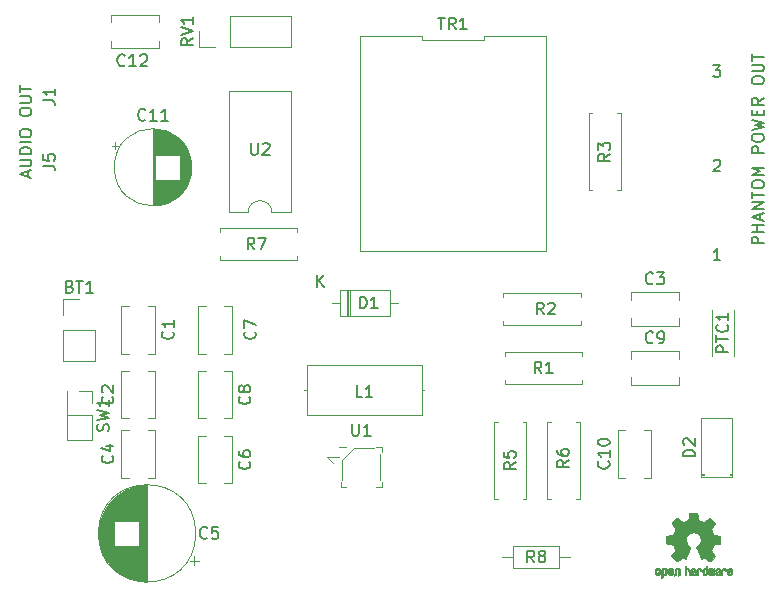
<source format=gbr>
%TF.GenerationSoftware,KiCad,Pcbnew,5.1.10*%
%TF.CreationDate,2021-06-24T13:38:34+02:00*%
%TF.ProjectId,supply,73757070-6c79-42e6-9b69-6361645f7063,rev?*%
%TF.SameCoordinates,Original*%
%TF.FileFunction,Legend,Top*%
%TF.FilePolarity,Positive*%
%FSLAX46Y46*%
G04 Gerber Fmt 4.6, Leading zero omitted, Abs format (unit mm)*
G04 Created by KiCad (PCBNEW 5.1.10) date 2021-06-24 13:38:34*
%MOMM*%
%LPD*%
G01*
G04 APERTURE LIST*
%ADD10C,0.120000*%
%ADD11C,0.150000*%
%ADD12C,0.010000*%
G04 APERTURE END LIST*
D10*
X70750000Y-126250000D02*
X72500000Y-126250000D01*
X73000000Y-129000000D02*
X73000000Y-126750000D01*
X69750000Y-127250000D02*
X69750000Y-129000000D01*
X70750000Y-126250000D02*
X69750000Y-127250000D01*
X69000000Y-127500000D02*
X68500000Y-127000000D01*
X68500000Y-127000000D02*
X69000000Y-127500000D01*
X69500000Y-127000000D02*
X68500000Y-127000000D01*
D11*
X105452380Y-108952380D02*
X104452380Y-108952380D01*
X104452380Y-108571428D01*
X104500000Y-108476190D01*
X104547619Y-108428571D01*
X104642857Y-108380952D01*
X104785714Y-108380952D01*
X104880952Y-108428571D01*
X104928571Y-108476190D01*
X104976190Y-108571428D01*
X104976190Y-108952380D01*
X105452380Y-107952380D02*
X104452380Y-107952380D01*
X104928571Y-107952380D02*
X104928571Y-107380952D01*
X105452380Y-107380952D02*
X104452380Y-107380952D01*
X105166666Y-106952380D02*
X105166666Y-106476190D01*
X105452380Y-107047619D02*
X104452380Y-106714285D01*
X105452380Y-106380952D01*
X105452380Y-106047619D02*
X104452380Y-106047619D01*
X105452380Y-105476190D01*
X104452380Y-105476190D01*
X104452380Y-105142857D02*
X104452380Y-104571428D01*
X105452380Y-104857142D02*
X104452380Y-104857142D01*
X104452380Y-104047619D02*
X104452380Y-103857142D01*
X104500000Y-103761904D01*
X104595238Y-103666666D01*
X104785714Y-103619047D01*
X105119047Y-103619047D01*
X105309523Y-103666666D01*
X105404761Y-103761904D01*
X105452380Y-103857142D01*
X105452380Y-104047619D01*
X105404761Y-104142857D01*
X105309523Y-104238095D01*
X105119047Y-104285714D01*
X104785714Y-104285714D01*
X104595238Y-104238095D01*
X104500000Y-104142857D01*
X104452380Y-104047619D01*
X105452380Y-103190476D02*
X104452380Y-103190476D01*
X105166666Y-102857142D01*
X104452380Y-102523809D01*
X105452380Y-102523809D01*
X105452380Y-101285714D02*
X104452380Y-101285714D01*
X104452380Y-100904761D01*
X104500000Y-100809523D01*
X104547619Y-100761904D01*
X104642857Y-100714285D01*
X104785714Y-100714285D01*
X104880952Y-100761904D01*
X104928571Y-100809523D01*
X104976190Y-100904761D01*
X104976190Y-101285714D01*
X104452380Y-100095238D02*
X104452380Y-99904761D01*
X104500000Y-99809523D01*
X104595238Y-99714285D01*
X104785714Y-99666666D01*
X105119047Y-99666666D01*
X105309523Y-99714285D01*
X105404761Y-99809523D01*
X105452380Y-99904761D01*
X105452380Y-100095238D01*
X105404761Y-100190476D01*
X105309523Y-100285714D01*
X105119047Y-100333333D01*
X104785714Y-100333333D01*
X104595238Y-100285714D01*
X104500000Y-100190476D01*
X104452380Y-100095238D01*
X104452380Y-99333333D02*
X105452380Y-99095238D01*
X104738095Y-98904761D01*
X105452380Y-98714285D01*
X104452380Y-98476190D01*
X104928571Y-98095238D02*
X104928571Y-97761904D01*
X105452380Y-97619047D02*
X105452380Y-98095238D01*
X104452380Y-98095238D01*
X104452380Y-97619047D01*
X105452380Y-96619047D02*
X104976190Y-96952380D01*
X105452380Y-97190476D02*
X104452380Y-97190476D01*
X104452380Y-96809523D01*
X104500000Y-96714285D01*
X104547619Y-96666666D01*
X104642857Y-96619047D01*
X104785714Y-96619047D01*
X104880952Y-96666666D01*
X104928571Y-96714285D01*
X104976190Y-96809523D01*
X104976190Y-97190476D01*
X104452380Y-95238095D02*
X104452380Y-95047619D01*
X104500000Y-94952380D01*
X104595238Y-94857142D01*
X104785714Y-94809523D01*
X105119047Y-94809523D01*
X105309523Y-94857142D01*
X105404761Y-94952380D01*
X105452380Y-95047619D01*
X105452380Y-95238095D01*
X105404761Y-95333333D01*
X105309523Y-95428571D01*
X105119047Y-95476190D01*
X104785714Y-95476190D01*
X104595238Y-95428571D01*
X104500000Y-95333333D01*
X104452380Y-95238095D01*
X104452380Y-94380952D02*
X105261904Y-94380952D01*
X105357142Y-94333333D01*
X105404761Y-94285714D01*
X105452380Y-94190476D01*
X105452380Y-94000000D01*
X105404761Y-93904761D01*
X105357142Y-93857142D01*
X105261904Y-93809523D01*
X104452380Y-93809523D01*
X104452380Y-93476190D02*
X104452380Y-92904761D01*
X105452380Y-93190476D02*
X104452380Y-93190476D01*
X43166666Y-103333333D02*
X43166666Y-102857142D01*
X43452380Y-103428571D02*
X42452380Y-103095238D01*
X43452380Y-102761904D01*
X42452380Y-102428571D02*
X43261904Y-102428571D01*
X43357142Y-102380952D01*
X43404761Y-102333333D01*
X43452380Y-102238095D01*
X43452380Y-102047619D01*
X43404761Y-101952380D01*
X43357142Y-101904761D01*
X43261904Y-101857142D01*
X42452380Y-101857142D01*
X43452380Y-101380952D02*
X42452380Y-101380952D01*
X42452380Y-101142857D01*
X42500000Y-101000000D01*
X42595238Y-100904761D01*
X42690476Y-100857142D01*
X42880952Y-100809523D01*
X43023809Y-100809523D01*
X43214285Y-100857142D01*
X43309523Y-100904761D01*
X43404761Y-101000000D01*
X43452380Y-101142857D01*
X43452380Y-101380952D01*
X43452380Y-100380952D02*
X42452380Y-100380952D01*
X42452380Y-99714285D02*
X42452380Y-99523809D01*
X42500000Y-99428571D01*
X42595238Y-99333333D01*
X42785714Y-99285714D01*
X43119047Y-99285714D01*
X43309523Y-99333333D01*
X43404761Y-99428571D01*
X43452380Y-99523809D01*
X43452380Y-99714285D01*
X43404761Y-99809523D01*
X43309523Y-99904761D01*
X43119047Y-99952380D01*
X42785714Y-99952380D01*
X42595238Y-99904761D01*
X42500000Y-99809523D01*
X42452380Y-99714285D01*
X42452380Y-97904761D02*
X42452380Y-97714285D01*
X42500000Y-97619047D01*
X42595238Y-97523809D01*
X42785714Y-97476190D01*
X43119047Y-97476190D01*
X43309523Y-97523809D01*
X43404761Y-97619047D01*
X43452380Y-97714285D01*
X43452380Y-97904761D01*
X43404761Y-98000000D01*
X43309523Y-98095238D01*
X43119047Y-98142857D01*
X42785714Y-98142857D01*
X42595238Y-98095238D01*
X42500000Y-98000000D01*
X42452380Y-97904761D01*
X42452380Y-97047619D02*
X43261904Y-97047619D01*
X43357142Y-97000000D01*
X43404761Y-96952380D01*
X43452380Y-96857142D01*
X43452380Y-96666666D01*
X43404761Y-96571428D01*
X43357142Y-96523809D01*
X43261904Y-96476190D01*
X42452380Y-96476190D01*
X42452380Y-96142857D02*
X42452380Y-95571428D01*
X43452380Y-95857142D02*
X42452380Y-95857142D01*
D12*
%TO.C,REF\u002A\u002A*%
G36*
X97099744Y-136419918D02*
G01*
X97155201Y-136447568D01*
X97204148Y-136498480D01*
X97217629Y-136517338D01*
X97232314Y-136542015D01*
X97241842Y-136568816D01*
X97247293Y-136604587D01*
X97249747Y-136656169D01*
X97250286Y-136724267D01*
X97247852Y-136817588D01*
X97239394Y-136887657D01*
X97223174Y-136939931D01*
X97197454Y-136979869D01*
X97160497Y-137012929D01*
X97157782Y-137014886D01*
X97121360Y-137034908D01*
X97077502Y-137044815D01*
X97021724Y-137047257D01*
X96931048Y-137047257D01*
X96931010Y-137135283D01*
X96930166Y-137184308D01*
X96925024Y-137213065D01*
X96911587Y-137230311D01*
X96885858Y-137244808D01*
X96879679Y-137247769D01*
X96850764Y-137261648D01*
X96828376Y-137270414D01*
X96811729Y-137271171D01*
X96800036Y-137261023D01*
X96792510Y-137237073D01*
X96788366Y-137196426D01*
X96786815Y-137136186D01*
X96787071Y-137053455D01*
X96788349Y-136945339D01*
X96788748Y-136913000D01*
X96790185Y-136801524D01*
X96791472Y-136728603D01*
X96930971Y-136728603D01*
X96931755Y-136790499D01*
X96935240Y-136830997D01*
X96943124Y-136857708D01*
X96957105Y-136878244D01*
X96966597Y-136888260D01*
X97005404Y-136917567D01*
X97039763Y-136919952D01*
X97075216Y-136895750D01*
X97076114Y-136894857D01*
X97090539Y-136876153D01*
X97099313Y-136850732D01*
X97103739Y-136811584D01*
X97105118Y-136751697D01*
X97105143Y-136738430D01*
X97101812Y-136655901D01*
X97090969Y-136598691D01*
X97071340Y-136563766D01*
X97041650Y-136548094D01*
X97024491Y-136546514D01*
X96983766Y-136553926D01*
X96955832Y-136578330D01*
X96939017Y-136622980D01*
X96931650Y-136691130D01*
X96930971Y-136728603D01*
X96791472Y-136728603D01*
X96791708Y-136715245D01*
X96793677Y-136650333D01*
X96796450Y-136602958D01*
X96800388Y-136569290D01*
X96805849Y-136545498D01*
X96813192Y-136527753D01*
X96822777Y-136512224D01*
X96826887Y-136506381D01*
X96881405Y-136451185D01*
X96950336Y-136419890D01*
X97030072Y-136411165D01*
X97099744Y-136419918D01*
G37*
X97099744Y-136419918D02*
X97155201Y-136447568D01*
X97204148Y-136498480D01*
X97217629Y-136517338D01*
X97232314Y-136542015D01*
X97241842Y-136568816D01*
X97247293Y-136604587D01*
X97249747Y-136656169D01*
X97250286Y-136724267D01*
X97247852Y-136817588D01*
X97239394Y-136887657D01*
X97223174Y-136939931D01*
X97197454Y-136979869D01*
X97160497Y-137012929D01*
X97157782Y-137014886D01*
X97121360Y-137034908D01*
X97077502Y-137044815D01*
X97021724Y-137047257D01*
X96931048Y-137047257D01*
X96931010Y-137135283D01*
X96930166Y-137184308D01*
X96925024Y-137213065D01*
X96911587Y-137230311D01*
X96885858Y-137244808D01*
X96879679Y-137247769D01*
X96850764Y-137261648D01*
X96828376Y-137270414D01*
X96811729Y-137271171D01*
X96800036Y-137261023D01*
X96792510Y-137237073D01*
X96788366Y-137196426D01*
X96786815Y-137136186D01*
X96787071Y-137053455D01*
X96788349Y-136945339D01*
X96788748Y-136913000D01*
X96790185Y-136801524D01*
X96791472Y-136728603D01*
X96930971Y-136728603D01*
X96931755Y-136790499D01*
X96935240Y-136830997D01*
X96943124Y-136857708D01*
X96957105Y-136878244D01*
X96966597Y-136888260D01*
X97005404Y-136917567D01*
X97039763Y-136919952D01*
X97075216Y-136895750D01*
X97076114Y-136894857D01*
X97090539Y-136876153D01*
X97099313Y-136850732D01*
X97103739Y-136811584D01*
X97105118Y-136751697D01*
X97105143Y-136738430D01*
X97101812Y-136655901D01*
X97090969Y-136598691D01*
X97071340Y-136563766D01*
X97041650Y-136548094D01*
X97024491Y-136546514D01*
X96983766Y-136553926D01*
X96955832Y-136578330D01*
X96939017Y-136622980D01*
X96931650Y-136691130D01*
X96930971Y-136728603D01*
X96791472Y-136728603D01*
X96791708Y-136715245D01*
X96793677Y-136650333D01*
X96796450Y-136602958D01*
X96800388Y-136569290D01*
X96805849Y-136545498D01*
X96813192Y-136527753D01*
X96822777Y-136512224D01*
X96826887Y-136506381D01*
X96881405Y-136451185D01*
X96950336Y-136419890D01*
X97030072Y-136411165D01*
X97099744Y-136419918D01*
G36*
X98216093Y-136427780D02*
G01*
X98262672Y-136454723D01*
X98295057Y-136481466D01*
X98318742Y-136509484D01*
X98335059Y-136543748D01*
X98345339Y-136589227D01*
X98350914Y-136650892D01*
X98353116Y-136733711D01*
X98353371Y-136793246D01*
X98353371Y-137012391D01*
X98291686Y-137040044D01*
X98230000Y-137067697D01*
X98222743Y-136827670D01*
X98219744Y-136738028D01*
X98216598Y-136672962D01*
X98212701Y-136628026D01*
X98207447Y-136598770D01*
X98200231Y-136580748D01*
X98190450Y-136569511D01*
X98187312Y-136567079D01*
X98139761Y-136548083D01*
X98091697Y-136555600D01*
X98063086Y-136575543D01*
X98051447Y-136589675D01*
X98043391Y-136608220D01*
X98038271Y-136636334D01*
X98035441Y-136679173D01*
X98034256Y-136741895D01*
X98034057Y-136807261D01*
X98034018Y-136889268D01*
X98032614Y-136947316D01*
X98027914Y-136986465D01*
X98017987Y-137011780D01*
X98000903Y-137028323D01*
X97974732Y-137041156D01*
X97939775Y-137054491D01*
X97901596Y-137069007D01*
X97906141Y-136811389D01*
X97907971Y-136718519D01*
X97910112Y-136649889D01*
X97913181Y-136600711D01*
X97917794Y-136566198D01*
X97924568Y-136541562D01*
X97934119Y-136522016D01*
X97945634Y-136504770D01*
X98001190Y-136449680D01*
X98068980Y-136417822D01*
X98142713Y-136410191D01*
X98216093Y-136427780D01*
G37*
X98216093Y-136427780D02*
X98262672Y-136454723D01*
X98295057Y-136481466D01*
X98318742Y-136509484D01*
X98335059Y-136543748D01*
X98345339Y-136589227D01*
X98350914Y-136650892D01*
X98353116Y-136733711D01*
X98353371Y-136793246D01*
X98353371Y-137012391D01*
X98291686Y-137040044D01*
X98230000Y-137067697D01*
X98222743Y-136827670D01*
X98219744Y-136738028D01*
X98216598Y-136672962D01*
X98212701Y-136628026D01*
X98207447Y-136598770D01*
X98200231Y-136580748D01*
X98190450Y-136569511D01*
X98187312Y-136567079D01*
X98139761Y-136548083D01*
X98091697Y-136555600D01*
X98063086Y-136575543D01*
X98051447Y-136589675D01*
X98043391Y-136608220D01*
X98038271Y-136636334D01*
X98035441Y-136679173D01*
X98034256Y-136741895D01*
X98034057Y-136807261D01*
X98034018Y-136889268D01*
X98032614Y-136947316D01*
X98027914Y-136986465D01*
X98017987Y-137011780D01*
X98000903Y-137028323D01*
X97974732Y-137041156D01*
X97939775Y-137054491D01*
X97901596Y-137069007D01*
X97906141Y-136811389D01*
X97907971Y-136718519D01*
X97910112Y-136649889D01*
X97913181Y-136600711D01*
X97917794Y-136566198D01*
X97924568Y-136541562D01*
X97934119Y-136522016D01*
X97945634Y-136504770D01*
X98001190Y-136449680D01*
X98068980Y-136417822D01*
X98142713Y-136410191D01*
X98216093Y-136427780D01*
G36*
X96541115Y-136421962D02*
G01*
X96609145Y-136457733D01*
X96659351Y-136515301D01*
X96677185Y-136552312D01*
X96691063Y-136607882D01*
X96698167Y-136678096D01*
X96698840Y-136754727D01*
X96693427Y-136829552D01*
X96682270Y-136894342D01*
X96665714Y-136940873D01*
X96660626Y-136948887D01*
X96600355Y-137008707D01*
X96528769Y-137044535D01*
X96451092Y-137055020D01*
X96372548Y-137038810D01*
X96350689Y-137029092D01*
X96308122Y-136999143D01*
X96270763Y-136959433D01*
X96267232Y-136954397D01*
X96252881Y-136930124D01*
X96243394Y-136904178D01*
X96237790Y-136870022D01*
X96235086Y-136821119D01*
X96234299Y-136750935D01*
X96234286Y-136735200D01*
X96234322Y-136730192D01*
X96379429Y-136730192D01*
X96380273Y-136796430D01*
X96383596Y-136840386D01*
X96390583Y-136868779D01*
X96402416Y-136888325D01*
X96408457Y-136894857D01*
X96443186Y-136919680D01*
X96476903Y-136918548D01*
X96510995Y-136897016D01*
X96531329Y-136874029D01*
X96543371Y-136840478D01*
X96550134Y-136787569D01*
X96550598Y-136781399D01*
X96551752Y-136685513D01*
X96539688Y-136614299D01*
X96514570Y-136568194D01*
X96476560Y-136547635D01*
X96462992Y-136546514D01*
X96427364Y-136552152D01*
X96402994Y-136571686D01*
X96388093Y-136609042D01*
X96380875Y-136668150D01*
X96379429Y-136730192D01*
X96234322Y-136730192D01*
X96234826Y-136660413D01*
X96237096Y-136608159D01*
X96242068Y-136571949D01*
X96250713Y-136545299D01*
X96264005Y-136521722D01*
X96266943Y-136517338D01*
X96316313Y-136458249D01*
X96370109Y-136423947D01*
X96435602Y-136410331D01*
X96457842Y-136409665D01*
X96541115Y-136421962D01*
G37*
X96541115Y-136421962D02*
X96609145Y-136457733D01*
X96659351Y-136515301D01*
X96677185Y-136552312D01*
X96691063Y-136607882D01*
X96698167Y-136678096D01*
X96698840Y-136754727D01*
X96693427Y-136829552D01*
X96682270Y-136894342D01*
X96665714Y-136940873D01*
X96660626Y-136948887D01*
X96600355Y-137008707D01*
X96528769Y-137044535D01*
X96451092Y-137055020D01*
X96372548Y-137038810D01*
X96350689Y-137029092D01*
X96308122Y-136999143D01*
X96270763Y-136959433D01*
X96267232Y-136954397D01*
X96252881Y-136930124D01*
X96243394Y-136904178D01*
X96237790Y-136870022D01*
X96235086Y-136821119D01*
X96234299Y-136750935D01*
X96234286Y-136735200D01*
X96234322Y-136730192D01*
X96379429Y-136730192D01*
X96380273Y-136796430D01*
X96383596Y-136840386D01*
X96390583Y-136868779D01*
X96402416Y-136888325D01*
X96408457Y-136894857D01*
X96443186Y-136919680D01*
X96476903Y-136918548D01*
X96510995Y-136897016D01*
X96531329Y-136874029D01*
X96543371Y-136840478D01*
X96550134Y-136787569D01*
X96550598Y-136781399D01*
X96551752Y-136685513D01*
X96539688Y-136614299D01*
X96514570Y-136568194D01*
X96476560Y-136547635D01*
X96462992Y-136546514D01*
X96427364Y-136552152D01*
X96402994Y-136571686D01*
X96388093Y-136609042D01*
X96380875Y-136668150D01*
X96379429Y-136730192D01*
X96234322Y-136730192D01*
X96234826Y-136660413D01*
X96237096Y-136608159D01*
X96242068Y-136571949D01*
X96250713Y-136545299D01*
X96264005Y-136521722D01*
X96266943Y-136517338D01*
X96316313Y-136458249D01*
X96370109Y-136423947D01*
X96435602Y-136410331D01*
X96457842Y-136409665D01*
X96541115Y-136421962D01*
G36*
X97668303Y-136431239D02*
G01*
X97725527Y-136469735D01*
X97769749Y-136525335D01*
X97796167Y-136596086D01*
X97801510Y-136648162D01*
X97800903Y-136669893D01*
X97795822Y-136686531D01*
X97781855Y-136701437D01*
X97754589Y-136717973D01*
X97709612Y-136739498D01*
X97642511Y-136769374D01*
X97642171Y-136769524D01*
X97580407Y-136797813D01*
X97529759Y-136822933D01*
X97495404Y-136842179D01*
X97482518Y-136852848D01*
X97482514Y-136852934D01*
X97493872Y-136876166D01*
X97520431Y-136901774D01*
X97550923Y-136920221D01*
X97566370Y-136923886D01*
X97608515Y-136911212D01*
X97644808Y-136879471D01*
X97662517Y-136844572D01*
X97679552Y-136818845D01*
X97712922Y-136789546D01*
X97752149Y-136764235D01*
X97786756Y-136750471D01*
X97793993Y-136749714D01*
X97802139Y-136762160D01*
X97802630Y-136793972D01*
X97796643Y-136836866D01*
X97785357Y-136882558D01*
X97769950Y-136922761D01*
X97769171Y-136924322D01*
X97722804Y-136989062D01*
X97662711Y-137033097D01*
X97594465Y-137054711D01*
X97523638Y-137052185D01*
X97455804Y-137023804D01*
X97452788Y-137021808D01*
X97399427Y-136973448D01*
X97364340Y-136910352D01*
X97344922Y-136827387D01*
X97342316Y-136804078D01*
X97337701Y-136694055D01*
X97343233Y-136642748D01*
X97482514Y-136642748D01*
X97484324Y-136674753D01*
X97494222Y-136684093D01*
X97518898Y-136677105D01*
X97557795Y-136660587D01*
X97601275Y-136639881D01*
X97602356Y-136639333D01*
X97639209Y-136619949D01*
X97654000Y-136607013D01*
X97650353Y-136593451D01*
X97634995Y-136575632D01*
X97595923Y-136549845D01*
X97553846Y-136547950D01*
X97516103Y-136566717D01*
X97490034Y-136602915D01*
X97482514Y-136642748D01*
X97343233Y-136642748D01*
X97347194Y-136606027D01*
X97371550Y-136536212D01*
X97405456Y-136487302D01*
X97466653Y-136437878D01*
X97534063Y-136413359D01*
X97602880Y-136411797D01*
X97668303Y-136431239D01*
G37*
X97668303Y-136431239D02*
X97725527Y-136469735D01*
X97769749Y-136525335D01*
X97796167Y-136596086D01*
X97801510Y-136648162D01*
X97800903Y-136669893D01*
X97795822Y-136686531D01*
X97781855Y-136701437D01*
X97754589Y-136717973D01*
X97709612Y-136739498D01*
X97642511Y-136769374D01*
X97642171Y-136769524D01*
X97580407Y-136797813D01*
X97529759Y-136822933D01*
X97495404Y-136842179D01*
X97482518Y-136852848D01*
X97482514Y-136852934D01*
X97493872Y-136876166D01*
X97520431Y-136901774D01*
X97550923Y-136920221D01*
X97566370Y-136923886D01*
X97608515Y-136911212D01*
X97644808Y-136879471D01*
X97662517Y-136844572D01*
X97679552Y-136818845D01*
X97712922Y-136789546D01*
X97752149Y-136764235D01*
X97786756Y-136750471D01*
X97793993Y-136749714D01*
X97802139Y-136762160D01*
X97802630Y-136793972D01*
X97796643Y-136836866D01*
X97785357Y-136882558D01*
X97769950Y-136922761D01*
X97769171Y-136924322D01*
X97722804Y-136989062D01*
X97662711Y-137033097D01*
X97594465Y-137054711D01*
X97523638Y-137052185D01*
X97455804Y-137023804D01*
X97452788Y-137021808D01*
X97399427Y-136973448D01*
X97364340Y-136910352D01*
X97344922Y-136827387D01*
X97342316Y-136804078D01*
X97337701Y-136694055D01*
X97343233Y-136642748D01*
X97482514Y-136642748D01*
X97484324Y-136674753D01*
X97494222Y-136684093D01*
X97518898Y-136677105D01*
X97557795Y-136660587D01*
X97601275Y-136639881D01*
X97602356Y-136639333D01*
X97639209Y-136619949D01*
X97654000Y-136607013D01*
X97650353Y-136593451D01*
X97634995Y-136575632D01*
X97595923Y-136549845D01*
X97553846Y-136547950D01*
X97516103Y-136566717D01*
X97490034Y-136602915D01*
X97482514Y-136642748D01*
X97343233Y-136642748D01*
X97347194Y-136606027D01*
X97371550Y-136536212D01*
X97405456Y-136487302D01*
X97466653Y-136437878D01*
X97534063Y-136413359D01*
X97602880Y-136411797D01*
X97668303Y-136431239D01*
G36*
X98875886Y-136351289D02*
G01*
X98880139Y-136410613D01*
X98885025Y-136445572D01*
X98891795Y-136460820D01*
X98901702Y-136461015D01*
X98904914Y-136459195D01*
X98947644Y-136446015D01*
X99003227Y-136446785D01*
X99059737Y-136460333D01*
X99095082Y-136477861D01*
X99131321Y-136505861D01*
X99157813Y-136537549D01*
X99175999Y-136577813D01*
X99187322Y-136631543D01*
X99193222Y-136703626D01*
X99195143Y-136798951D01*
X99195177Y-136817237D01*
X99195200Y-137022646D01*
X99149491Y-137038580D01*
X99117027Y-137049420D01*
X99099215Y-137054468D01*
X99098691Y-137054514D01*
X99096937Y-137040828D01*
X99095444Y-137003076D01*
X99094326Y-136946224D01*
X99093697Y-136875234D01*
X99093600Y-136832073D01*
X99093398Y-136746973D01*
X99092358Y-136685981D01*
X99089831Y-136644177D01*
X99085164Y-136616642D01*
X99077707Y-136598456D01*
X99066811Y-136584698D01*
X99060007Y-136578073D01*
X99013272Y-136551375D01*
X98962272Y-136549375D01*
X98916001Y-136571955D01*
X98907444Y-136580107D01*
X98894893Y-136595436D01*
X98886188Y-136613618D01*
X98880631Y-136639909D01*
X98877526Y-136679562D01*
X98876176Y-136737832D01*
X98875886Y-136818173D01*
X98875886Y-137022646D01*
X98830177Y-137038580D01*
X98797713Y-137049420D01*
X98779901Y-137054468D01*
X98779377Y-137054514D01*
X98778037Y-137040623D01*
X98776828Y-137001439D01*
X98775801Y-136940700D01*
X98775002Y-136862141D01*
X98774481Y-136769498D01*
X98774286Y-136666509D01*
X98774286Y-136269342D01*
X98821457Y-136249444D01*
X98868629Y-136229547D01*
X98875886Y-136351289D01*
G37*
X98875886Y-136351289D02*
X98880139Y-136410613D01*
X98885025Y-136445572D01*
X98891795Y-136460820D01*
X98901702Y-136461015D01*
X98904914Y-136459195D01*
X98947644Y-136446015D01*
X99003227Y-136446785D01*
X99059737Y-136460333D01*
X99095082Y-136477861D01*
X99131321Y-136505861D01*
X99157813Y-136537549D01*
X99175999Y-136577813D01*
X99187322Y-136631543D01*
X99193222Y-136703626D01*
X99195143Y-136798951D01*
X99195177Y-136817237D01*
X99195200Y-137022646D01*
X99149491Y-137038580D01*
X99117027Y-137049420D01*
X99099215Y-137054468D01*
X99098691Y-137054514D01*
X99096937Y-137040828D01*
X99095444Y-137003076D01*
X99094326Y-136946224D01*
X99093697Y-136875234D01*
X99093600Y-136832073D01*
X99093398Y-136746973D01*
X99092358Y-136685981D01*
X99089831Y-136644177D01*
X99085164Y-136616642D01*
X99077707Y-136598456D01*
X99066811Y-136584698D01*
X99060007Y-136578073D01*
X99013272Y-136551375D01*
X98962272Y-136549375D01*
X98916001Y-136571955D01*
X98907444Y-136580107D01*
X98894893Y-136595436D01*
X98886188Y-136613618D01*
X98880631Y-136639909D01*
X98877526Y-136679562D01*
X98876176Y-136737832D01*
X98875886Y-136818173D01*
X98875886Y-137022646D01*
X98830177Y-137038580D01*
X98797713Y-137049420D01*
X98779901Y-137054468D01*
X98779377Y-137054514D01*
X98778037Y-137040623D01*
X98776828Y-137001439D01*
X98775801Y-136940700D01*
X98775002Y-136862141D01*
X98774481Y-136769498D01*
X98774286Y-136666509D01*
X98774286Y-136269342D01*
X98821457Y-136249444D01*
X98868629Y-136229547D01*
X98875886Y-136351289D01*
G36*
X99539744Y-136450968D02*
G01*
X99596616Y-136472087D01*
X99597267Y-136472493D01*
X99632440Y-136498380D01*
X99658407Y-136528633D01*
X99676670Y-136568058D01*
X99688732Y-136621462D01*
X99696096Y-136693651D01*
X99700264Y-136789432D01*
X99700629Y-136803078D01*
X99705876Y-137008842D01*
X99661716Y-137031678D01*
X99629763Y-137047110D01*
X99610470Y-137054423D01*
X99609578Y-137054514D01*
X99606239Y-137041022D01*
X99603587Y-137004626D01*
X99601956Y-136951452D01*
X99601600Y-136908393D01*
X99601592Y-136838641D01*
X99598403Y-136794837D01*
X99587288Y-136773944D01*
X99563501Y-136772925D01*
X99522296Y-136788741D01*
X99460086Y-136817815D01*
X99414341Y-136841963D01*
X99390813Y-136862913D01*
X99383896Y-136885747D01*
X99383886Y-136886877D01*
X99395299Y-136926212D01*
X99429092Y-136947462D01*
X99480809Y-136950539D01*
X99518061Y-136950006D01*
X99537703Y-136960735D01*
X99549952Y-136986505D01*
X99557002Y-137019337D01*
X99546842Y-137037966D01*
X99543017Y-137040632D01*
X99507001Y-137051340D01*
X99456566Y-137052856D01*
X99404626Y-137045759D01*
X99367822Y-137032788D01*
X99316938Y-136989585D01*
X99288014Y-136929446D01*
X99282286Y-136882462D01*
X99286657Y-136840082D01*
X99302475Y-136805488D01*
X99333797Y-136774763D01*
X99384678Y-136743990D01*
X99459176Y-136709252D01*
X99463714Y-136707288D01*
X99530821Y-136676287D01*
X99572232Y-136650862D01*
X99589981Y-136628014D01*
X99586107Y-136604745D01*
X99562643Y-136578056D01*
X99555627Y-136571914D01*
X99508630Y-136548100D01*
X99459933Y-136549103D01*
X99417522Y-136572451D01*
X99389384Y-136615675D01*
X99386769Y-136624160D01*
X99361308Y-136665308D01*
X99329001Y-136685128D01*
X99282286Y-136704770D01*
X99282286Y-136653950D01*
X99296496Y-136580082D01*
X99338675Y-136512327D01*
X99360624Y-136489661D01*
X99410517Y-136460569D01*
X99473967Y-136447400D01*
X99539744Y-136450968D01*
G37*
X99539744Y-136450968D02*
X99596616Y-136472087D01*
X99597267Y-136472493D01*
X99632440Y-136498380D01*
X99658407Y-136528633D01*
X99676670Y-136568058D01*
X99688732Y-136621462D01*
X99696096Y-136693651D01*
X99700264Y-136789432D01*
X99700629Y-136803078D01*
X99705876Y-137008842D01*
X99661716Y-137031678D01*
X99629763Y-137047110D01*
X99610470Y-137054423D01*
X99609578Y-137054514D01*
X99606239Y-137041022D01*
X99603587Y-137004626D01*
X99601956Y-136951452D01*
X99601600Y-136908393D01*
X99601592Y-136838641D01*
X99598403Y-136794837D01*
X99587288Y-136773944D01*
X99563501Y-136772925D01*
X99522296Y-136788741D01*
X99460086Y-136817815D01*
X99414341Y-136841963D01*
X99390813Y-136862913D01*
X99383896Y-136885747D01*
X99383886Y-136886877D01*
X99395299Y-136926212D01*
X99429092Y-136947462D01*
X99480809Y-136950539D01*
X99518061Y-136950006D01*
X99537703Y-136960735D01*
X99549952Y-136986505D01*
X99557002Y-137019337D01*
X99546842Y-137037966D01*
X99543017Y-137040632D01*
X99507001Y-137051340D01*
X99456566Y-137052856D01*
X99404626Y-137045759D01*
X99367822Y-137032788D01*
X99316938Y-136989585D01*
X99288014Y-136929446D01*
X99282286Y-136882462D01*
X99286657Y-136840082D01*
X99302475Y-136805488D01*
X99333797Y-136774763D01*
X99384678Y-136743990D01*
X99459176Y-136709252D01*
X99463714Y-136707288D01*
X99530821Y-136676287D01*
X99572232Y-136650862D01*
X99589981Y-136628014D01*
X99586107Y-136604745D01*
X99562643Y-136578056D01*
X99555627Y-136571914D01*
X99508630Y-136548100D01*
X99459933Y-136549103D01*
X99417522Y-136572451D01*
X99389384Y-136615675D01*
X99386769Y-136624160D01*
X99361308Y-136665308D01*
X99329001Y-136685128D01*
X99282286Y-136704770D01*
X99282286Y-136653950D01*
X99296496Y-136580082D01*
X99338675Y-136512327D01*
X99360624Y-136489661D01*
X99410517Y-136460569D01*
X99473967Y-136447400D01*
X99539744Y-136450968D01*
G36*
X100029926Y-136449755D02*
G01*
X100095858Y-136474084D01*
X100149273Y-136517117D01*
X100170164Y-136547409D01*
X100192939Y-136602994D01*
X100192466Y-136643186D01*
X100168562Y-136670217D01*
X100159717Y-136674813D01*
X100121530Y-136689144D01*
X100102028Y-136685472D01*
X100095422Y-136661407D01*
X100095086Y-136648114D01*
X100082992Y-136599210D01*
X100051471Y-136564999D01*
X100007659Y-136548476D01*
X99958695Y-136552634D01*
X99918894Y-136574227D01*
X99905450Y-136586544D01*
X99895921Y-136601487D01*
X99889485Y-136624075D01*
X99885317Y-136659328D01*
X99882597Y-136712266D01*
X99880502Y-136787907D01*
X99879960Y-136811857D01*
X99877981Y-136893790D01*
X99875731Y-136951455D01*
X99872357Y-136989608D01*
X99867006Y-137013004D01*
X99858824Y-137026398D01*
X99846959Y-137034545D01*
X99839362Y-137038144D01*
X99807102Y-137050452D01*
X99788111Y-137054514D01*
X99781836Y-137040948D01*
X99778006Y-136999934D01*
X99776600Y-136930999D01*
X99777598Y-136833669D01*
X99777908Y-136818657D01*
X99780101Y-136729859D01*
X99782693Y-136665019D01*
X99786382Y-136619067D01*
X99791864Y-136586935D01*
X99799835Y-136563553D01*
X99810993Y-136543852D01*
X99816830Y-136535410D01*
X99850296Y-136498057D01*
X99887727Y-136469003D01*
X99892309Y-136466467D01*
X99959426Y-136446443D01*
X100029926Y-136449755D01*
G37*
X100029926Y-136449755D02*
X100095858Y-136474084D01*
X100149273Y-136517117D01*
X100170164Y-136547409D01*
X100192939Y-136602994D01*
X100192466Y-136643186D01*
X100168562Y-136670217D01*
X100159717Y-136674813D01*
X100121530Y-136689144D01*
X100102028Y-136685472D01*
X100095422Y-136661407D01*
X100095086Y-136648114D01*
X100082992Y-136599210D01*
X100051471Y-136564999D01*
X100007659Y-136548476D01*
X99958695Y-136552634D01*
X99918894Y-136574227D01*
X99905450Y-136586544D01*
X99895921Y-136601487D01*
X99889485Y-136624075D01*
X99885317Y-136659328D01*
X99882597Y-136712266D01*
X99880502Y-136787907D01*
X99879960Y-136811857D01*
X99877981Y-136893790D01*
X99875731Y-136951455D01*
X99872357Y-136989608D01*
X99867006Y-137013004D01*
X99858824Y-137026398D01*
X99846959Y-137034545D01*
X99839362Y-137038144D01*
X99807102Y-137050452D01*
X99788111Y-137054514D01*
X99781836Y-137040948D01*
X99778006Y-136999934D01*
X99776600Y-136930999D01*
X99777598Y-136833669D01*
X99777908Y-136818657D01*
X99780101Y-136729859D01*
X99782693Y-136665019D01*
X99786382Y-136619067D01*
X99791864Y-136586935D01*
X99799835Y-136563553D01*
X99810993Y-136543852D01*
X99816830Y-136535410D01*
X99850296Y-136498057D01*
X99887727Y-136469003D01*
X99892309Y-136466467D01*
X99959426Y-136446443D01*
X100029926Y-136449755D01*
G36*
X100690117Y-136565358D02*
G01*
X100689933Y-136673837D01*
X100689219Y-136757287D01*
X100687675Y-136819704D01*
X100685001Y-136865085D01*
X100680894Y-136897429D01*
X100675055Y-136920733D01*
X100667182Y-136938995D01*
X100661221Y-136949418D01*
X100611855Y-137005945D01*
X100549264Y-137041377D01*
X100480013Y-137054090D01*
X100410668Y-137042463D01*
X100369375Y-137021568D01*
X100326025Y-136985422D01*
X100296481Y-136941276D01*
X100278655Y-136883462D01*
X100270463Y-136806313D01*
X100269302Y-136749714D01*
X100269458Y-136745647D01*
X100370857Y-136745647D01*
X100371476Y-136810550D01*
X100374314Y-136853514D01*
X100380840Y-136881622D01*
X100392523Y-136901953D01*
X100406483Y-136917288D01*
X100453365Y-136946890D01*
X100503701Y-136949419D01*
X100551276Y-136924705D01*
X100554979Y-136921356D01*
X100570783Y-136903935D01*
X100580693Y-136883209D01*
X100586058Y-136852362D01*
X100588228Y-136804577D01*
X100588571Y-136751748D01*
X100587827Y-136685381D01*
X100584748Y-136641106D01*
X100578061Y-136612009D01*
X100566496Y-136591173D01*
X100557013Y-136580107D01*
X100512960Y-136552198D01*
X100462224Y-136548843D01*
X100413796Y-136570159D01*
X100404450Y-136578073D01*
X100388540Y-136595647D01*
X100378610Y-136616587D01*
X100373278Y-136647782D01*
X100371163Y-136696122D01*
X100370857Y-136745647D01*
X100269458Y-136745647D01*
X100272810Y-136658568D01*
X100284726Y-136590086D01*
X100307135Y-136538600D01*
X100342124Y-136498443D01*
X100369375Y-136477861D01*
X100418907Y-136455625D01*
X100476316Y-136445304D01*
X100529682Y-136448067D01*
X100559543Y-136459212D01*
X100571261Y-136462383D01*
X100579037Y-136450557D01*
X100584465Y-136418866D01*
X100588571Y-136370593D01*
X100593067Y-136316829D01*
X100599313Y-136284482D01*
X100610676Y-136265985D01*
X100630528Y-136253770D01*
X100643000Y-136248362D01*
X100690171Y-136228601D01*
X100690117Y-136565358D01*
G37*
X100690117Y-136565358D02*
X100689933Y-136673837D01*
X100689219Y-136757287D01*
X100687675Y-136819704D01*
X100685001Y-136865085D01*
X100680894Y-136897429D01*
X100675055Y-136920733D01*
X100667182Y-136938995D01*
X100661221Y-136949418D01*
X100611855Y-137005945D01*
X100549264Y-137041377D01*
X100480013Y-137054090D01*
X100410668Y-137042463D01*
X100369375Y-137021568D01*
X100326025Y-136985422D01*
X100296481Y-136941276D01*
X100278655Y-136883462D01*
X100270463Y-136806313D01*
X100269302Y-136749714D01*
X100269458Y-136745647D01*
X100370857Y-136745647D01*
X100371476Y-136810550D01*
X100374314Y-136853514D01*
X100380840Y-136881622D01*
X100392523Y-136901953D01*
X100406483Y-136917288D01*
X100453365Y-136946890D01*
X100503701Y-136949419D01*
X100551276Y-136924705D01*
X100554979Y-136921356D01*
X100570783Y-136903935D01*
X100580693Y-136883209D01*
X100586058Y-136852362D01*
X100588228Y-136804577D01*
X100588571Y-136751748D01*
X100587827Y-136685381D01*
X100584748Y-136641106D01*
X100578061Y-136612009D01*
X100566496Y-136591173D01*
X100557013Y-136580107D01*
X100512960Y-136552198D01*
X100462224Y-136548843D01*
X100413796Y-136570159D01*
X100404450Y-136578073D01*
X100388540Y-136595647D01*
X100378610Y-136616587D01*
X100373278Y-136647782D01*
X100371163Y-136696122D01*
X100370857Y-136745647D01*
X100269458Y-136745647D01*
X100272810Y-136658568D01*
X100284726Y-136590086D01*
X100307135Y-136538600D01*
X100342124Y-136498443D01*
X100369375Y-136477861D01*
X100418907Y-136455625D01*
X100476316Y-136445304D01*
X100529682Y-136448067D01*
X100559543Y-136459212D01*
X100571261Y-136462383D01*
X100579037Y-136450557D01*
X100584465Y-136418866D01*
X100588571Y-136370593D01*
X100593067Y-136316829D01*
X100599313Y-136284482D01*
X100610676Y-136265985D01*
X100630528Y-136253770D01*
X100643000Y-136248362D01*
X100690171Y-136228601D01*
X100690117Y-136565358D01*
G36*
X101279833Y-136458663D02*
G01*
X101282048Y-136496850D01*
X101283784Y-136554886D01*
X101284899Y-136628180D01*
X101285257Y-136705055D01*
X101285257Y-136965196D01*
X101239326Y-137011127D01*
X101207675Y-137039429D01*
X101179890Y-137050893D01*
X101141915Y-137050168D01*
X101126840Y-137048321D01*
X101079726Y-137042948D01*
X101040756Y-137039869D01*
X101031257Y-137039585D01*
X100999233Y-137041445D01*
X100953432Y-137046114D01*
X100935674Y-137048321D01*
X100892057Y-137051735D01*
X100862745Y-137044320D01*
X100833680Y-137021427D01*
X100823188Y-137011127D01*
X100777257Y-136965196D01*
X100777257Y-136478602D01*
X100814226Y-136461758D01*
X100846059Y-136449282D01*
X100864683Y-136444914D01*
X100869458Y-136458718D01*
X100873921Y-136497286D01*
X100877775Y-136556356D01*
X100880722Y-136631663D01*
X100882143Y-136695286D01*
X100886114Y-136945657D01*
X100920759Y-136950556D01*
X100952268Y-136947131D01*
X100967708Y-136936041D01*
X100972023Y-136915308D01*
X100975708Y-136871145D01*
X100978469Y-136809146D01*
X100980012Y-136734909D01*
X100980235Y-136696706D01*
X100980457Y-136476783D01*
X101026166Y-136460849D01*
X101058518Y-136450015D01*
X101076115Y-136444962D01*
X101076623Y-136444914D01*
X101078388Y-136458648D01*
X101080329Y-136496730D01*
X101082282Y-136554482D01*
X101084084Y-136627227D01*
X101085343Y-136695286D01*
X101089314Y-136945657D01*
X101176400Y-136945657D01*
X101180396Y-136717240D01*
X101184392Y-136488822D01*
X101226847Y-136466868D01*
X101258192Y-136451793D01*
X101276744Y-136444951D01*
X101277279Y-136444914D01*
X101279833Y-136458663D01*
G37*
X101279833Y-136458663D02*
X101282048Y-136496850D01*
X101283784Y-136554886D01*
X101284899Y-136628180D01*
X101285257Y-136705055D01*
X101285257Y-136965196D01*
X101239326Y-137011127D01*
X101207675Y-137039429D01*
X101179890Y-137050893D01*
X101141915Y-137050168D01*
X101126840Y-137048321D01*
X101079726Y-137042948D01*
X101040756Y-137039869D01*
X101031257Y-137039585D01*
X100999233Y-137041445D01*
X100953432Y-137046114D01*
X100935674Y-137048321D01*
X100892057Y-137051735D01*
X100862745Y-137044320D01*
X100833680Y-137021427D01*
X100823188Y-137011127D01*
X100777257Y-136965196D01*
X100777257Y-136478602D01*
X100814226Y-136461758D01*
X100846059Y-136449282D01*
X100864683Y-136444914D01*
X100869458Y-136458718D01*
X100873921Y-136497286D01*
X100877775Y-136556356D01*
X100880722Y-136631663D01*
X100882143Y-136695286D01*
X100886114Y-136945657D01*
X100920759Y-136950556D01*
X100952268Y-136947131D01*
X100967708Y-136936041D01*
X100972023Y-136915308D01*
X100975708Y-136871145D01*
X100978469Y-136809146D01*
X100980012Y-136734909D01*
X100980235Y-136696706D01*
X100980457Y-136476783D01*
X101026166Y-136460849D01*
X101058518Y-136450015D01*
X101076115Y-136444962D01*
X101076623Y-136444914D01*
X101078388Y-136458648D01*
X101080329Y-136496730D01*
X101082282Y-136554482D01*
X101084084Y-136627227D01*
X101085343Y-136695286D01*
X101089314Y-136945657D01*
X101176400Y-136945657D01*
X101180396Y-136717240D01*
X101184392Y-136488822D01*
X101226847Y-136466868D01*
X101258192Y-136451793D01*
X101276744Y-136444951D01*
X101277279Y-136444914D01*
X101279833Y-136458663D01*
G36*
X101644876Y-136456335D02*
G01*
X101686667Y-136475344D01*
X101719469Y-136498378D01*
X101743503Y-136524133D01*
X101760097Y-136557358D01*
X101770577Y-136602800D01*
X101776271Y-136665207D01*
X101778507Y-136749327D01*
X101778743Y-136804721D01*
X101778743Y-137020826D01*
X101741774Y-137037670D01*
X101712656Y-137049981D01*
X101698231Y-137054514D01*
X101695472Y-137041025D01*
X101693282Y-137004653D01*
X101691942Y-136951542D01*
X101691657Y-136909372D01*
X101690434Y-136848447D01*
X101687136Y-136800115D01*
X101682321Y-136770518D01*
X101678496Y-136764229D01*
X101652783Y-136770652D01*
X101612418Y-136787125D01*
X101565679Y-136809458D01*
X101520845Y-136833457D01*
X101486193Y-136854930D01*
X101470002Y-136869685D01*
X101469938Y-136869845D01*
X101471330Y-136897152D01*
X101483818Y-136923219D01*
X101505743Y-136944392D01*
X101537743Y-136951474D01*
X101565092Y-136950649D01*
X101603826Y-136950042D01*
X101624158Y-136959116D01*
X101636369Y-136983092D01*
X101637909Y-136987613D01*
X101643203Y-137021806D01*
X101629047Y-137042568D01*
X101592148Y-137052462D01*
X101552289Y-137054292D01*
X101480562Y-137040727D01*
X101443432Y-137021355D01*
X101397576Y-136975845D01*
X101373256Y-136919983D01*
X101371073Y-136860957D01*
X101391629Y-136805953D01*
X101422549Y-136771486D01*
X101453420Y-136752189D01*
X101501942Y-136727759D01*
X101558485Y-136702985D01*
X101567910Y-136699199D01*
X101630019Y-136671791D01*
X101665822Y-136647634D01*
X101677337Y-136623619D01*
X101666580Y-136596635D01*
X101648114Y-136575543D01*
X101604469Y-136549572D01*
X101556446Y-136547624D01*
X101512406Y-136567637D01*
X101480709Y-136607551D01*
X101476549Y-136617848D01*
X101452327Y-136655724D01*
X101416965Y-136683842D01*
X101372343Y-136706917D01*
X101372343Y-136641485D01*
X101374969Y-136601506D01*
X101386230Y-136569997D01*
X101411199Y-136536378D01*
X101435169Y-136510484D01*
X101472441Y-136473817D01*
X101501401Y-136454121D01*
X101532505Y-136446220D01*
X101567713Y-136444914D01*
X101644876Y-136456335D01*
G37*
X101644876Y-136456335D02*
X101686667Y-136475344D01*
X101719469Y-136498378D01*
X101743503Y-136524133D01*
X101760097Y-136557358D01*
X101770577Y-136602800D01*
X101776271Y-136665207D01*
X101778507Y-136749327D01*
X101778743Y-136804721D01*
X101778743Y-137020826D01*
X101741774Y-137037670D01*
X101712656Y-137049981D01*
X101698231Y-137054514D01*
X101695472Y-137041025D01*
X101693282Y-137004653D01*
X101691942Y-136951542D01*
X101691657Y-136909372D01*
X101690434Y-136848447D01*
X101687136Y-136800115D01*
X101682321Y-136770518D01*
X101678496Y-136764229D01*
X101652783Y-136770652D01*
X101612418Y-136787125D01*
X101565679Y-136809458D01*
X101520845Y-136833457D01*
X101486193Y-136854930D01*
X101470002Y-136869685D01*
X101469938Y-136869845D01*
X101471330Y-136897152D01*
X101483818Y-136923219D01*
X101505743Y-136944392D01*
X101537743Y-136951474D01*
X101565092Y-136950649D01*
X101603826Y-136950042D01*
X101624158Y-136959116D01*
X101636369Y-136983092D01*
X101637909Y-136987613D01*
X101643203Y-137021806D01*
X101629047Y-137042568D01*
X101592148Y-137052462D01*
X101552289Y-137054292D01*
X101480562Y-137040727D01*
X101443432Y-137021355D01*
X101397576Y-136975845D01*
X101373256Y-136919983D01*
X101371073Y-136860957D01*
X101391629Y-136805953D01*
X101422549Y-136771486D01*
X101453420Y-136752189D01*
X101501942Y-136727759D01*
X101558485Y-136702985D01*
X101567910Y-136699199D01*
X101630019Y-136671791D01*
X101665822Y-136647634D01*
X101677337Y-136623619D01*
X101666580Y-136596635D01*
X101648114Y-136575543D01*
X101604469Y-136549572D01*
X101556446Y-136547624D01*
X101512406Y-136567637D01*
X101480709Y-136607551D01*
X101476549Y-136617848D01*
X101452327Y-136655724D01*
X101416965Y-136683842D01*
X101372343Y-136706917D01*
X101372343Y-136641485D01*
X101374969Y-136601506D01*
X101386230Y-136569997D01*
X101411199Y-136536378D01*
X101435169Y-136510484D01*
X101472441Y-136473817D01*
X101501401Y-136454121D01*
X101532505Y-136446220D01*
X101567713Y-136444914D01*
X101644876Y-136456335D01*
G36*
X102152600Y-136458752D02*
G01*
X102169948Y-136466334D01*
X102211356Y-136499128D01*
X102246765Y-136546547D01*
X102268664Y-136597151D01*
X102272229Y-136622098D01*
X102260279Y-136656927D01*
X102234067Y-136675357D01*
X102205964Y-136686516D01*
X102193095Y-136688572D01*
X102186829Y-136673649D01*
X102174456Y-136641175D01*
X102169028Y-136626502D01*
X102138590Y-136575744D01*
X102094520Y-136550427D01*
X102038010Y-136551206D01*
X102033825Y-136552203D01*
X102003655Y-136566507D01*
X101981476Y-136594393D01*
X101966327Y-136639287D01*
X101957250Y-136704615D01*
X101953286Y-136793804D01*
X101952914Y-136841261D01*
X101952730Y-136916071D01*
X101951522Y-136967069D01*
X101948309Y-136999471D01*
X101942109Y-137018495D01*
X101931940Y-137029356D01*
X101916819Y-137037272D01*
X101915946Y-137037670D01*
X101886828Y-137049981D01*
X101872403Y-137054514D01*
X101870186Y-137040809D01*
X101868289Y-137002925D01*
X101866847Y-136945715D01*
X101865998Y-136874027D01*
X101865829Y-136821565D01*
X101866692Y-136720047D01*
X101870070Y-136643032D01*
X101877142Y-136586023D01*
X101889088Y-136544526D01*
X101907090Y-136514043D01*
X101932327Y-136490080D01*
X101957247Y-136473355D01*
X102017171Y-136451097D01*
X102086911Y-136446076D01*
X102152600Y-136458752D01*
G37*
X102152600Y-136458752D02*
X102169948Y-136466334D01*
X102211356Y-136499128D01*
X102246765Y-136546547D01*
X102268664Y-136597151D01*
X102272229Y-136622098D01*
X102260279Y-136656927D01*
X102234067Y-136675357D01*
X102205964Y-136686516D01*
X102193095Y-136688572D01*
X102186829Y-136673649D01*
X102174456Y-136641175D01*
X102169028Y-136626502D01*
X102138590Y-136575744D01*
X102094520Y-136550427D01*
X102038010Y-136551206D01*
X102033825Y-136552203D01*
X102003655Y-136566507D01*
X101981476Y-136594393D01*
X101966327Y-136639287D01*
X101957250Y-136704615D01*
X101953286Y-136793804D01*
X101952914Y-136841261D01*
X101952730Y-136916071D01*
X101951522Y-136967069D01*
X101948309Y-136999471D01*
X101942109Y-137018495D01*
X101931940Y-137029356D01*
X101916819Y-137037272D01*
X101915946Y-137037670D01*
X101886828Y-137049981D01*
X101872403Y-137054514D01*
X101870186Y-137040809D01*
X101868289Y-137002925D01*
X101866847Y-136945715D01*
X101865998Y-136874027D01*
X101865829Y-136821565D01*
X101866692Y-136720047D01*
X101870070Y-136643032D01*
X101877142Y-136586023D01*
X101889088Y-136544526D01*
X101907090Y-136514043D01*
X101932327Y-136490080D01*
X101957247Y-136473355D01*
X102017171Y-136451097D01*
X102086911Y-136446076D01*
X102152600Y-136458752D01*
G36*
X102653595Y-136466966D02*
G01*
X102711021Y-136504497D01*
X102738719Y-136538096D01*
X102760662Y-136599064D01*
X102762405Y-136647308D01*
X102758457Y-136711816D01*
X102609686Y-136776934D01*
X102537349Y-136810202D01*
X102490084Y-136836964D01*
X102465507Y-136860144D01*
X102461237Y-136882667D01*
X102474889Y-136907455D01*
X102489943Y-136923886D01*
X102533746Y-136950235D01*
X102581389Y-136952081D01*
X102625145Y-136931546D01*
X102657289Y-136890752D01*
X102663038Y-136876347D01*
X102690576Y-136831356D01*
X102722258Y-136812182D01*
X102765714Y-136795779D01*
X102765714Y-136857966D01*
X102761872Y-136900283D01*
X102746823Y-136935969D01*
X102715280Y-136976943D01*
X102710592Y-136982267D01*
X102675506Y-137018720D01*
X102645347Y-137038283D01*
X102607615Y-137047283D01*
X102576335Y-137050230D01*
X102520385Y-137050965D01*
X102480555Y-137041660D01*
X102455708Y-137027846D01*
X102416656Y-136997467D01*
X102389625Y-136964613D01*
X102372517Y-136923294D01*
X102363238Y-136867521D01*
X102359693Y-136791305D01*
X102359410Y-136752622D01*
X102360372Y-136706247D01*
X102448007Y-136706247D01*
X102449023Y-136731126D01*
X102451556Y-136735200D01*
X102468274Y-136729665D01*
X102504249Y-136715017D01*
X102552331Y-136694190D01*
X102562386Y-136689714D01*
X102623152Y-136658814D01*
X102656632Y-136631657D01*
X102663990Y-136606220D01*
X102646391Y-136580481D01*
X102631856Y-136569109D01*
X102579410Y-136546364D01*
X102530322Y-136550122D01*
X102489227Y-136577884D01*
X102460758Y-136627152D01*
X102451631Y-136666257D01*
X102448007Y-136706247D01*
X102360372Y-136706247D01*
X102361285Y-136662249D01*
X102368196Y-136595384D01*
X102381884Y-136546695D01*
X102404096Y-136510849D01*
X102436574Y-136482513D01*
X102450733Y-136473355D01*
X102515053Y-136449507D01*
X102585473Y-136448006D01*
X102653595Y-136466966D01*
G37*
X102653595Y-136466966D02*
X102711021Y-136504497D01*
X102738719Y-136538096D01*
X102760662Y-136599064D01*
X102762405Y-136647308D01*
X102758457Y-136711816D01*
X102609686Y-136776934D01*
X102537349Y-136810202D01*
X102490084Y-136836964D01*
X102465507Y-136860144D01*
X102461237Y-136882667D01*
X102474889Y-136907455D01*
X102489943Y-136923886D01*
X102533746Y-136950235D01*
X102581389Y-136952081D01*
X102625145Y-136931546D01*
X102657289Y-136890752D01*
X102663038Y-136876347D01*
X102690576Y-136831356D01*
X102722258Y-136812182D01*
X102765714Y-136795779D01*
X102765714Y-136857966D01*
X102761872Y-136900283D01*
X102746823Y-136935969D01*
X102715280Y-136976943D01*
X102710592Y-136982267D01*
X102675506Y-137018720D01*
X102645347Y-137038283D01*
X102607615Y-137047283D01*
X102576335Y-137050230D01*
X102520385Y-137050965D01*
X102480555Y-137041660D01*
X102455708Y-137027846D01*
X102416656Y-136997467D01*
X102389625Y-136964613D01*
X102372517Y-136923294D01*
X102363238Y-136867521D01*
X102359693Y-136791305D01*
X102359410Y-136752622D01*
X102360372Y-136706247D01*
X102448007Y-136706247D01*
X102449023Y-136731126D01*
X102451556Y-136735200D01*
X102468274Y-136729665D01*
X102504249Y-136715017D01*
X102552331Y-136694190D01*
X102562386Y-136689714D01*
X102623152Y-136658814D01*
X102656632Y-136631657D01*
X102663990Y-136606220D01*
X102646391Y-136580481D01*
X102631856Y-136569109D01*
X102579410Y-136546364D01*
X102530322Y-136550122D01*
X102489227Y-136577884D01*
X102460758Y-136627152D01*
X102451631Y-136666257D01*
X102448007Y-136706247D01*
X102360372Y-136706247D01*
X102361285Y-136662249D01*
X102368196Y-136595384D01*
X102381884Y-136546695D01*
X102404096Y-136510849D01*
X102436574Y-136482513D01*
X102450733Y-136473355D01*
X102515053Y-136449507D01*
X102585473Y-136448006D01*
X102653595Y-136466966D01*
G36*
X99603910Y-131742348D02*
G01*
X99682454Y-131742778D01*
X99739298Y-131743942D01*
X99778105Y-131746207D01*
X99802538Y-131749940D01*
X99816262Y-131755506D01*
X99822940Y-131763273D01*
X99826236Y-131773605D01*
X99826556Y-131774943D01*
X99831562Y-131799079D01*
X99840829Y-131846701D01*
X99853392Y-131912741D01*
X99868287Y-131992128D01*
X99884551Y-132079796D01*
X99885119Y-132082875D01*
X99901410Y-132168789D01*
X99916652Y-132244696D01*
X99929861Y-132306045D01*
X99940054Y-132348282D01*
X99946248Y-132366855D01*
X99946543Y-132367184D01*
X99964788Y-132376253D01*
X100002405Y-132391367D01*
X100051271Y-132409262D01*
X100051543Y-132409358D01*
X100113093Y-132432493D01*
X100185657Y-132461965D01*
X100254057Y-132491597D01*
X100257294Y-132493062D01*
X100368702Y-132543626D01*
X100615399Y-132375160D01*
X100691077Y-132323803D01*
X100759631Y-132277889D01*
X100817088Y-132240030D01*
X100859476Y-132212837D01*
X100882825Y-132198921D01*
X100885042Y-132197889D01*
X100902010Y-132202484D01*
X100933701Y-132224655D01*
X100981352Y-132265447D01*
X101046198Y-132325905D01*
X101112397Y-132390227D01*
X101176214Y-132453612D01*
X101233329Y-132511451D01*
X101280305Y-132560175D01*
X101313703Y-132596210D01*
X101330085Y-132615984D01*
X101330694Y-132617002D01*
X101332505Y-132630572D01*
X101325683Y-132652733D01*
X101308540Y-132686478D01*
X101279393Y-132734800D01*
X101236555Y-132800692D01*
X101179448Y-132885517D01*
X101128766Y-132960177D01*
X101083461Y-133027140D01*
X101046150Y-133082516D01*
X101019452Y-133122420D01*
X101005985Y-133142962D01*
X101005137Y-133144356D01*
X101006781Y-133164038D01*
X101019245Y-133202293D01*
X101040048Y-133251889D01*
X101047462Y-133267728D01*
X101079814Y-133338290D01*
X101114328Y-133418353D01*
X101142365Y-133487629D01*
X101162568Y-133539045D01*
X101178615Y-133578119D01*
X101187888Y-133598541D01*
X101189041Y-133600114D01*
X101206096Y-133602721D01*
X101246298Y-133609863D01*
X101304302Y-133620523D01*
X101374763Y-133633685D01*
X101452335Y-133648333D01*
X101531672Y-133663449D01*
X101607431Y-133678018D01*
X101674264Y-133691022D01*
X101726828Y-133701445D01*
X101759776Y-133708270D01*
X101767857Y-133710199D01*
X101776205Y-133714962D01*
X101782506Y-133725718D01*
X101787045Y-133746098D01*
X101790104Y-133779734D01*
X101791967Y-133830255D01*
X101792918Y-133901292D01*
X101793240Y-133996476D01*
X101793257Y-134035492D01*
X101793257Y-134352799D01*
X101717057Y-134367839D01*
X101674663Y-134375995D01*
X101611400Y-134387899D01*
X101534962Y-134402116D01*
X101453043Y-134417210D01*
X101430400Y-134421355D01*
X101354806Y-134436053D01*
X101288953Y-134450505D01*
X101238366Y-134463375D01*
X101208574Y-134473322D01*
X101203612Y-134476287D01*
X101191426Y-134497283D01*
X101173953Y-134537967D01*
X101154577Y-134590322D01*
X101150734Y-134601600D01*
X101125339Y-134671523D01*
X101093817Y-134750418D01*
X101062969Y-134821266D01*
X101062817Y-134821595D01*
X101011447Y-134932733D01*
X101180399Y-135181253D01*
X101349352Y-135429772D01*
X101132429Y-135647058D01*
X101066819Y-135711726D01*
X101006979Y-135768733D01*
X100956267Y-135815033D01*
X100918046Y-135847584D01*
X100895675Y-135863343D01*
X100892466Y-135864343D01*
X100873626Y-135856469D01*
X100835180Y-135834578D01*
X100781330Y-135801267D01*
X100716276Y-135759131D01*
X100645940Y-135711943D01*
X100574555Y-135663810D01*
X100510908Y-135621928D01*
X100459041Y-135588871D01*
X100422995Y-135567218D01*
X100406867Y-135559543D01*
X100387189Y-135566037D01*
X100349875Y-135583150D01*
X100302621Y-135607326D01*
X100297612Y-135610013D01*
X100233977Y-135641927D01*
X100190341Y-135657579D01*
X100163202Y-135657745D01*
X100149057Y-135643204D01*
X100148975Y-135643000D01*
X100141905Y-135625779D01*
X100125042Y-135584899D01*
X100099695Y-135523525D01*
X100067171Y-135444819D01*
X100028778Y-135351947D01*
X99985822Y-135248072D01*
X99944222Y-135147502D01*
X99898504Y-135036516D01*
X99856526Y-134933703D01*
X99819548Y-134842215D01*
X99788827Y-134765201D01*
X99765622Y-134705815D01*
X99751190Y-134667209D01*
X99746743Y-134652800D01*
X99757896Y-134636272D01*
X99787069Y-134609930D01*
X99825971Y-134580887D01*
X99936757Y-134489039D01*
X100023351Y-134383759D01*
X100084716Y-134267266D01*
X100119815Y-134141776D01*
X100127608Y-134009507D01*
X100121943Y-133948457D01*
X100091078Y-133821795D01*
X100037920Y-133709941D01*
X99965767Y-133614001D01*
X99877917Y-133535076D01*
X99777665Y-133474270D01*
X99668310Y-133432687D01*
X99553147Y-133411428D01*
X99435475Y-133411599D01*
X99318590Y-133434301D01*
X99205789Y-133480638D01*
X99100369Y-133551713D01*
X99056368Y-133591911D01*
X98971979Y-133695129D01*
X98913222Y-133807925D01*
X98879704Y-133927010D01*
X98871035Y-134049095D01*
X98886823Y-134170893D01*
X98926678Y-134289116D01*
X98990207Y-134400475D01*
X99077021Y-134501684D01*
X99174029Y-134580887D01*
X99214437Y-134611162D01*
X99242982Y-134637219D01*
X99253257Y-134652825D01*
X99247877Y-134669843D01*
X99232575Y-134710500D01*
X99208612Y-134771642D01*
X99177244Y-134850119D01*
X99139732Y-134942780D01*
X99097333Y-135046472D01*
X99055663Y-135147526D01*
X99009690Y-135258607D01*
X98967107Y-135361541D01*
X98929221Y-135453165D01*
X98897340Y-135530316D01*
X98872771Y-135589831D01*
X98856820Y-135628544D01*
X98850910Y-135643000D01*
X98836948Y-135657685D01*
X98809940Y-135657642D01*
X98766413Y-135642099D01*
X98702890Y-135610284D01*
X98702388Y-135610013D01*
X98654560Y-135585323D01*
X98615897Y-135567338D01*
X98594095Y-135559614D01*
X98593133Y-135559543D01*
X98576721Y-135567378D01*
X98540487Y-135589165D01*
X98488474Y-135622328D01*
X98424725Y-135664291D01*
X98354060Y-135711943D01*
X98282116Y-135760191D01*
X98217274Y-135802151D01*
X98163735Y-135835227D01*
X98125697Y-135856821D01*
X98107533Y-135864343D01*
X98090808Y-135854457D01*
X98057180Y-135826826D01*
X98010010Y-135784495D01*
X97952658Y-135730505D01*
X97888484Y-135667899D01*
X97867497Y-135646983D01*
X97650499Y-135429623D01*
X97815668Y-135187220D01*
X97865864Y-135112781D01*
X97909919Y-135045972D01*
X97945362Y-134990665D01*
X97969719Y-134950729D01*
X97980522Y-134930036D01*
X97980838Y-134928563D01*
X97975143Y-134909058D01*
X97959826Y-134869822D01*
X97937537Y-134817430D01*
X97921893Y-134782355D01*
X97892641Y-134715201D01*
X97865094Y-134647358D01*
X97843737Y-134590034D01*
X97837935Y-134572572D01*
X97821452Y-134525938D01*
X97805340Y-134489905D01*
X97796490Y-134476287D01*
X97776960Y-134467952D01*
X97734334Y-134456137D01*
X97674145Y-134442181D01*
X97601922Y-134427422D01*
X97569600Y-134421355D01*
X97487522Y-134406273D01*
X97408795Y-134391669D01*
X97341109Y-134378980D01*
X97292160Y-134369642D01*
X97282943Y-134367839D01*
X97206743Y-134352799D01*
X97206743Y-134035492D01*
X97206914Y-133931154D01*
X97207616Y-133852213D01*
X97209134Y-133795038D01*
X97211749Y-133755999D01*
X97215746Y-133731465D01*
X97221409Y-133717805D01*
X97229020Y-133711389D01*
X97232143Y-133710199D01*
X97250978Y-133705980D01*
X97292588Y-133697562D01*
X97351630Y-133685961D01*
X97422757Y-133672195D01*
X97500625Y-133657280D01*
X97579887Y-133642232D01*
X97655198Y-133628069D01*
X97721213Y-133615806D01*
X97772587Y-133606461D01*
X97803975Y-133601050D01*
X97810959Y-133600114D01*
X97817285Y-133587596D01*
X97831290Y-133554246D01*
X97850355Y-133506377D01*
X97857634Y-133487629D01*
X97886996Y-133415195D01*
X97921571Y-133335170D01*
X97952537Y-133267728D01*
X97975323Y-133216159D01*
X97990482Y-133173785D01*
X97995542Y-133147834D01*
X97994736Y-133144356D01*
X97984041Y-133127936D01*
X97959620Y-133091417D01*
X97924095Y-133038687D01*
X97880087Y-132973635D01*
X97830217Y-132900151D01*
X97820356Y-132885645D01*
X97762492Y-132799704D01*
X97719956Y-132734261D01*
X97691054Y-132686304D01*
X97674090Y-132652820D01*
X97667367Y-132630795D01*
X97669190Y-132617217D01*
X97669236Y-132617131D01*
X97683586Y-132599297D01*
X97715323Y-132564817D01*
X97761010Y-132517268D01*
X97817204Y-132460222D01*
X97880468Y-132397255D01*
X97887602Y-132390227D01*
X97967330Y-132313020D01*
X98028857Y-132256330D01*
X98073421Y-132219110D01*
X98102257Y-132200315D01*
X98114958Y-132197889D01*
X98133494Y-132208471D01*
X98171961Y-132232916D01*
X98226386Y-132268612D01*
X98292798Y-132312947D01*
X98367225Y-132363311D01*
X98384601Y-132375160D01*
X98631297Y-132543626D01*
X98742706Y-132493062D01*
X98810457Y-132463595D01*
X98883183Y-132433959D01*
X98945703Y-132410330D01*
X98948457Y-132409358D01*
X98997360Y-132391457D01*
X99035057Y-132376320D01*
X99053425Y-132367210D01*
X99053456Y-132367184D01*
X99059285Y-132350717D01*
X99069192Y-132310219D01*
X99082195Y-132250242D01*
X99097309Y-132175340D01*
X99113552Y-132090064D01*
X99114881Y-132082875D01*
X99131175Y-131995014D01*
X99146133Y-131915260D01*
X99158791Y-131848681D01*
X99168186Y-131800347D01*
X99173354Y-131775325D01*
X99173444Y-131774943D01*
X99176589Y-131764299D01*
X99182704Y-131756262D01*
X99195453Y-131750467D01*
X99218500Y-131746547D01*
X99255509Y-131744135D01*
X99310144Y-131742865D01*
X99386067Y-131742371D01*
X99486944Y-131742286D01*
X99500000Y-131742286D01*
X99603910Y-131742348D01*
G37*
X99603910Y-131742348D02*
X99682454Y-131742778D01*
X99739298Y-131743942D01*
X99778105Y-131746207D01*
X99802538Y-131749940D01*
X99816262Y-131755506D01*
X99822940Y-131763273D01*
X99826236Y-131773605D01*
X99826556Y-131774943D01*
X99831562Y-131799079D01*
X99840829Y-131846701D01*
X99853392Y-131912741D01*
X99868287Y-131992128D01*
X99884551Y-132079796D01*
X99885119Y-132082875D01*
X99901410Y-132168789D01*
X99916652Y-132244696D01*
X99929861Y-132306045D01*
X99940054Y-132348282D01*
X99946248Y-132366855D01*
X99946543Y-132367184D01*
X99964788Y-132376253D01*
X100002405Y-132391367D01*
X100051271Y-132409262D01*
X100051543Y-132409358D01*
X100113093Y-132432493D01*
X100185657Y-132461965D01*
X100254057Y-132491597D01*
X100257294Y-132493062D01*
X100368702Y-132543626D01*
X100615399Y-132375160D01*
X100691077Y-132323803D01*
X100759631Y-132277889D01*
X100817088Y-132240030D01*
X100859476Y-132212837D01*
X100882825Y-132198921D01*
X100885042Y-132197889D01*
X100902010Y-132202484D01*
X100933701Y-132224655D01*
X100981352Y-132265447D01*
X101046198Y-132325905D01*
X101112397Y-132390227D01*
X101176214Y-132453612D01*
X101233329Y-132511451D01*
X101280305Y-132560175D01*
X101313703Y-132596210D01*
X101330085Y-132615984D01*
X101330694Y-132617002D01*
X101332505Y-132630572D01*
X101325683Y-132652733D01*
X101308540Y-132686478D01*
X101279393Y-132734800D01*
X101236555Y-132800692D01*
X101179448Y-132885517D01*
X101128766Y-132960177D01*
X101083461Y-133027140D01*
X101046150Y-133082516D01*
X101019452Y-133122420D01*
X101005985Y-133142962D01*
X101005137Y-133144356D01*
X101006781Y-133164038D01*
X101019245Y-133202293D01*
X101040048Y-133251889D01*
X101047462Y-133267728D01*
X101079814Y-133338290D01*
X101114328Y-133418353D01*
X101142365Y-133487629D01*
X101162568Y-133539045D01*
X101178615Y-133578119D01*
X101187888Y-133598541D01*
X101189041Y-133600114D01*
X101206096Y-133602721D01*
X101246298Y-133609863D01*
X101304302Y-133620523D01*
X101374763Y-133633685D01*
X101452335Y-133648333D01*
X101531672Y-133663449D01*
X101607431Y-133678018D01*
X101674264Y-133691022D01*
X101726828Y-133701445D01*
X101759776Y-133708270D01*
X101767857Y-133710199D01*
X101776205Y-133714962D01*
X101782506Y-133725718D01*
X101787045Y-133746098D01*
X101790104Y-133779734D01*
X101791967Y-133830255D01*
X101792918Y-133901292D01*
X101793240Y-133996476D01*
X101793257Y-134035492D01*
X101793257Y-134352799D01*
X101717057Y-134367839D01*
X101674663Y-134375995D01*
X101611400Y-134387899D01*
X101534962Y-134402116D01*
X101453043Y-134417210D01*
X101430400Y-134421355D01*
X101354806Y-134436053D01*
X101288953Y-134450505D01*
X101238366Y-134463375D01*
X101208574Y-134473322D01*
X101203612Y-134476287D01*
X101191426Y-134497283D01*
X101173953Y-134537967D01*
X101154577Y-134590322D01*
X101150734Y-134601600D01*
X101125339Y-134671523D01*
X101093817Y-134750418D01*
X101062969Y-134821266D01*
X101062817Y-134821595D01*
X101011447Y-134932733D01*
X101180399Y-135181253D01*
X101349352Y-135429772D01*
X101132429Y-135647058D01*
X101066819Y-135711726D01*
X101006979Y-135768733D01*
X100956267Y-135815033D01*
X100918046Y-135847584D01*
X100895675Y-135863343D01*
X100892466Y-135864343D01*
X100873626Y-135856469D01*
X100835180Y-135834578D01*
X100781330Y-135801267D01*
X100716276Y-135759131D01*
X100645940Y-135711943D01*
X100574555Y-135663810D01*
X100510908Y-135621928D01*
X100459041Y-135588871D01*
X100422995Y-135567218D01*
X100406867Y-135559543D01*
X100387189Y-135566037D01*
X100349875Y-135583150D01*
X100302621Y-135607326D01*
X100297612Y-135610013D01*
X100233977Y-135641927D01*
X100190341Y-135657579D01*
X100163202Y-135657745D01*
X100149057Y-135643204D01*
X100148975Y-135643000D01*
X100141905Y-135625779D01*
X100125042Y-135584899D01*
X100099695Y-135523525D01*
X100067171Y-135444819D01*
X100028778Y-135351947D01*
X99985822Y-135248072D01*
X99944222Y-135147502D01*
X99898504Y-135036516D01*
X99856526Y-134933703D01*
X99819548Y-134842215D01*
X99788827Y-134765201D01*
X99765622Y-134705815D01*
X99751190Y-134667209D01*
X99746743Y-134652800D01*
X99757896Y-134636272D01*
X99787069Y-134609930D01*
X99825971Y-134580887D01*
X99936757Y-134489039D01*
X100023351Y-134383759D01*
X100084716Y-134267266D01*
X100119815Y-134141776D01*
X100127608Y-134009507D01*
X100121943Y-133948457D01*
X100091078Y-133821795D01*
X100037920Y-133709941D01*
X99965767Y-133614001D01*
X99877917Y-133535076D01*
X99777665Y-133474270D01*
X99668310Y-133432687D01*
X99553147Y-133411428D01*
X99435475Y-133411599D01*
X99318590Y-133434301D01*
X99205789Y-133480638D01*
X99100369Y-133551713D01*
X99056368Y-133591911D01*
X98971979Y-133695129D01*
X98913222Y-133807925D01*
X98879704Y-133927010D01*
X98871035Y-134049095D01*
X98886823Y-134170893D01*
X98926678Y-134289116D01*
X98990207Y-134400475D01*
X99077021Y-134501684D01*
X99174029Y-134580887D01*
X99214437Y-134611162D01*
X99242982Y-134637219D01*
X99253257Y-134652825D01*
X99247877Y-134669843D01*
X99232575Y-134710500D01*
X99208612Y-134771642D01*
X99177244Y-134850119D01*
X99139732Y-134942780D01*
X99097333Y-135046472D01*
X99055663Y-135147526D01*
X99009690Y-135258607D01*
X98967107Y-135361541D01*
X98929221Y-135453165D01*
X98897340Y-135530316D01*
X98872771Y-135589831D01*
X98856820Y-135628544D01*
X98850910Y-135643000D01*
X98836948Y-135657685D01*
X98809940Y-135657642D01*
X98766413Y-135642099D01*
X98702890Y-135610284D01*
X98702388Y-135610013D01*
X98654560Y-135585323D01*
X98615897Y-135567338D01*
X98594095Y-135559614D01*
X98593133Y-135559543D01*
X98576721Y-135567378D01*
X98540487Y-135589165D01*
X98488474Y-135622328D01*
X98424725Y-135664291D01*
X98354060Y-135711943D01*
X98282116Y-135760191D01*
X98217274Y-135802151D01*
X98163735Y-135835227D01*
X98125697Y-135856821D01*
X98107533Y-135864343D01*
X98090808Y-135854457D01*
X98057180Y-135826826D01*
X98010010Y-135784495D01*
X97952658Y-135730505D01*
X97888484Y-135667899D01*
X97867497Y-135646983D01*
X97650499Y-135429623D01*
X97815668Y-135187220D01*
X97865864Y-135112781D01*
X97909919Y-135045972D01*
X97945362Y-134990665D01*
X97969719Y-134950729D01*
X97980522Y-134930036D01*
X97980838Y-134928563D01*
X97975143Y-134909058D01*
X97959826Y-134869822D01*
X97937537Y-134817430D01*
X97921893Y-134782355D01*
X97892641Y-134715201D01*
X97865094Y-134647358D01*
X97843737Y-134590034D01*
X97837935Y-134572572D01*
X97821452Y-134525938D01*
X97805340Y-134489905D01*
X97796490Y-134476287D01*
X97776960Y-134467952D01*
X97734334Y-134456137D01*
X97674145Y-134442181D01*
X97601922Y-134427422D01*
X97569600Y-134421355D01*
X97487522Y-134406273D01*
X97408795Y-134391669D01*
X97341109Y-134378980D01*
X97292160Y-134369642D01*
X97282943Y-134367839D01*
X97206743Y-134352799D01*
X97206743Y-134035492D01*
X97206914Y-133931154D01*
X97207616Y-133852213D01*
X97209134Y-133795038D01*
X97211749Y-133755999D01*
X97215746Y-133731465D01*
X97221409Y-133717805D01*
X97229020Y-133711389D01*
X97232143Y-133710199D01*
X97250978Y-133705980D01*
X97292588Y-133697562D01*
X97351630Y-133685961D01*
X97422757Y-133672195D01*
X97500625Y-133657280D01*
X97579887Y-133642232D01*
X97655198Y-133628069D01*
X97721213Y-133615806D01*
X97772587Y-133606461D01*
X97803975Y-133601050D01*
X97810959Y-133600114D01*
X97817285Y-133587596D01*
X97831290Y-133554246D01*
X97850355Y-133506377D01*
X97857634Y-133487629D01*
X97886996Y-133415195D01*
X97921571Y-133335170D01*
X97952537Y-133267728D01*
X97975323Y-133216159D01*
X97990482Y-133173785D01*
X97995542Y-133147834D01*
X97994736Y-133144356D01*
X97984041Y-133127936D01*
X97959620Y-133091417D01*
X97924095Y-133038687D01*
X97880087Y-132973635D01*
X97830217Y-132900151D01*
X97820356Y-132885645D01*
X97762492Y-132799704D01*
X97719956Y-132734261D01*
X97691054Y-132686304D01*
X97674090Y-132652820D01*
X97667367Y-132630795D01*
X97669190Y-132617217D01*
X97669236Y-132617131D01*
X97683586Y-132599297D01*
X97715323Y-132564817D01*
X97761010Y-132517268D01*
X97817204Y-132460222D01*
X97880468Y-132397255D01*
X97887602Y-132390227D01*
X97967330Y-132313020D01*
X98028857Y-132256330D01*
X98073421Y-132219110D01*
X98102257Y-132200315D01*
X98114958Y-132197889D01*
X98133494Y-132208471D01*
X98171961Y-132232916D01*
X98226386Y-132268612D01*
X98292798Y-132312947D01*
X98367225Y-132363311D01*
X98384601Y-132375160D01*
X98631297Y-132543626D01*
X98742706Y-132493062D01*
X98810457Y-132463595D01*
X98883183Y-132433959D01*
X98945703Y-132410330D01*
X98948457Y-132409358D01*
X98997360Y-132391457D01*
X99035057Y-132376320D01*
X99053425Y-132367210D01*
X99053456Y-132367184D01*
X99059285Y-132350717D01*
X99069192Y-132310219D01*
X99082195Y-132250242D01*
X99097309Y-132175340D01*
X99113552Y-132090064D01*
X99114881Y-132082875D01*
X99131175Y-131995014D01*
X99146133Y-131915260D01*
X99158791Y-131848681D01*
X99168186Y-131800347D01*
X99173354Y-131775325D01*
X99173444Y-131774943D01*
X99176589Y-131764299D01*
X99182704Y-131756262D01*
X99195453Y-131750467D01*
X99218500Y-131746547D01*
X99255509Y-131744135D01*
X99310144Y-131742865D01*
X99386067Y-131742371D01*
X99486944Y-131742286D01*
X99500000Y-131742286D01*
X99603910Y-131742348D01*
D10*
%TO.C,R7*%
X65960000Y-110370000D02*
X65960000Y-110040000D01*
X59420000Y-110370000D02*
X65960000Y-110370000D01*
X59420000Y-110040000D02*
X59420000Y-110370000D01*
X65960000Y-107630000D02*
X65960000Y-107960000D01*
X59420000Y-107630000D02*
X65960000Y-107630000D01*
X59420000Y-107960000D02*
X59420000Y-107630000D01*
%TO.C,C12*%
X54270000Y-91795000D02*
X54270000Y-92420000D01*
X54270000Y-89580000D02*
X54270000Y-90205000D01*
X50230000Y-91795000D02*
X50230000Y-92420000D01*
X50230000Y-89580000D02*
X50230000Y-90205000D01*
X50230000Y-92420000D02*
X54270000Y-92420000D01*
X50230000Y-89580000D02*
X54270000Y-89580000D01*
%TO.C,U2*%
X60160000Y-106330000D02*
X61810000Y-106330000D01*
X60160000Y-96050000D02*
X60160000Y-106330000D01*
X65460000Y-96050000D02*
X60160000Y-96050000D01*
X65460000Y-106330000D02*
X65460000Y-96050000D01*
X63810000Y-106330000D02*
X65460000Y-106330000D01*
X61810000Y-106330000D02*
G75*
G02*
X63810000Y-106330000I1000000J0D01*
G01*
%TO.C,PTC1*%
X101080000Y-114620000D02*
X101080000Y-118460000D01*
X102920000Y-114620000D02*
X102920000Y-118460000D01*
%TO.C,BT1*%
X46170000Y-118870000D02*
X48830000Y-118870000D01*
X46170000Y-116270000D02*
X46170000Y-118870000D01*
X48830000Y-116270000D02*
X48830000Y-118870000D01*
X46170000Y-116270000D02*
X48830000Y-116270000D01*
X46170000Y-115000000D02*
X46170000Y-113670000D01*
X46170000Y-113670000D02*
X47500000Y-113670000D01*
%TO.C,C1*%
X51705000Y-118270000D02*
X51080000Y-118270000D01*
X53920000Y-118270000D02*
X53295000Y-118270000D01*
X51705000Y-114230000D02*
X51080000Y-114230000D01*
X53920000Y-114230000D02*
X53295000Y-114230000D01*
X51080000Y-114230000D02*
X51080000Y-118270000D01*
X53920000Y-114230000D02*
X53920000Y-118270000D01*
%TO.C,C2*%
X53295000Y-119730000D02*
X53920000Y-119730000D01*
X51080000Y-119730000D02*
X51705000Y-119730000D01*
X53295000Y-123770000D02*
X53920000Y-123770000D01*
X51080000Y-123770000D02*
X51705000Y-123770000D01*
X53920000Y-123770000D02*
X53920000Y-119730000D01*
X51080000Y-123770000D02*
X51080000Y-119730000D01*
%TO.C,C3*%
X94230000Y-113080000D02*
X98270000Y-113080000D01*
X94230000Y-115920000D02*
X98270000Y-115920000D01*
X94230000Y-113080000D02*
X94230000Y-113705000D01*
X94230000Y-115295000D02*
X94230000Y-115920000D01*
X98270000Y-113080000D02*
X98270000Y-113705000D01*
X98270000Y-115295000D02*
X98270000Y-115920000D01*
%TO.C,C4*%
X51080000Y-128770000D02*
X51080000Y-124730000D01*
X53920000Y-128770000D02*
X53920000Y-124730000D01*
X51080000Y-128770000D02*
X51705000Y-128770000D01*
X53295000Y-128770000D02*
X53920000Y-128770000D01*
X51080000Y-124730000D02*
X51705000Y-124730000D01*
X53295000Y-124730000D02*
X53920000Y-124730000D01*
%TO.C,C7*%
X59795000Y-114230000D02*
X60420000Y-114230000D01*
X57580000Y-114230000D02*
X58205000Y-114230000D01*
X59795000Y-118270000D02*
X60420000Y-118270000D01*
X57580000Y-118270000D02*
X58205000Y-118270000D01*
X60420000Y-118270000D02*
X60420000Y-114230000D01*
X57580000Y-118270000D02*
X57580000Y-114230000D01*
%TO.C,C8*%
X60420000Y-119730000D02*
X60420000Y-123770000D01*
X57580000Y-119730000D02*
X57580000Y-123770000D01*
X60420000Y-119730000D02*
X59795000Y-119730000D01*
X58205000Y-119730000D02*
X57580000Y-119730000D01*
X60420000Y-123770000D02*
X59795000Y-123770000D01*
X58205000Y-123770000D02*
X57580000Y-123770000D01*
%TO.C,C9*%
X98270000Y-120295000D02*
X98270000Y-120920000D01*
X98270000Y-118080000D02*
X98270000Y-118705000D01*
X94230000Y-120295000D02*
X94230000Y-120920000D01*
X94230000Y-118080000D02*
X94230000Y-118705000D01*
X94230000Y-120920000D02*
X98270000Y-120920000D01*
X94230000Y-118080000D02*
X98270000Y-118080000D01*
%TO.C,C10*%
X93080000Y-128770000D02*
X93080000Y-124730000D01*
X95920000Y-128770000D02*
X95920000Y-124730000D01*
X93080000Y-128770000D02*
X93705000Y-128770000D01*
X95295000Y-128770000D02*
X95920000Y-128770000D01*
X93080000Y-124730000D02*
X93705000Y-124730000D01*
X95295000Y-124730000D02*
X95920000Y-124730000D01*
%TO.C,D1*%
X69570000Y-112880000D02*
X69570000Y-115120000D01*
X69570000Y-115120000D02*
X73810000Y-115120000D01*
X73810000Y-115120000D02*
X73810000Y-112880000D01*
X73810000Y-112880000D02*
X69570000Y-112880000D01*
X68920000Y-114000000D02*
X69570000Y-114000000D01*
X74460000Y-114000000D02*
X73810000Y-114000000D01*
X70290000Y-112880000D02*
X70290000Y-115120000D01*
X70410000Y-112880000D02*
X70410000Y-115120000D01*
X70170000Y-112880000D02*
X70170000Y-115120000D01*
%TO.C,L1*%
X66755000Y-119205000D02*
X66755000Y-123445000D01*
X66755000Y-123445000D02*
X76495000Y-123445000D01*
X76495000Y-123445000D02*
X76495000Y-119205000D01*
X76495000Y-119205000D02*
X66755000Y-119205000D01*
X66515000Y-121325000D02*
X66755000Y-121325000D01*
X76735000Y-121325000D02*
X76495000Y-121325000D01*
%TO.C,R1*%
X90080000Y-120870000D02*
X90080000Y-120540000D01*
X83540000Y-120870000D02*
X90080000Y-120870000D01*
X83540000Y-120540000D02*
X83540000Y-120870000D01*
X90080000Y-118130000D02*
X90080000Y-118460000D01*
X83540000Y-118130000D02*
X90080000Y-118130000D01*
X83540000Y-118460000D02*
X83540000Y-118130000D01*
%TO.C,R2*%
X83420000Y-113460000D02*
X83420000Y-113130000D01*
X83420000Y-113130000D02*
X89960000Y-113130000D01*
X89960000Y-113130000D02*
X89960000Y-113460000D01*
X83420000Y-115540000D02*
X83420000Y-115870000D01*
X83420000Y-115870000D02*
X89960000Y-115870000D01*
X89960000Y-115870000D02*
X89960000Y-115540000D01*
%TO.C,R5*%
X85040000Y-124040000D02*
X85370000Y-124040000D01*
X85370000Y-124040000D02*
X85370000Y-130580000D01*
X85370000Y-130580000D02*
X85040000Y-130580000D01*
X82960000Y-124040000D02*
X82630000Y-124040000D01*
X82630000Y-124040000D02*
X82630000Y-130580000D01*
X82630000Y-130580000D02*
X82960000Y-130580000D01*
%TO.C,R6*%
X89870000Y-124040000D02*
X89540000Y-124040000D01*
X89870000Y-130580000D02*
X89870000Y-124040000D01*
X89540000Y-130580000D02*
X89870000Y-130580000D01*
X87130000Y-124040000D02*
X87460000Y-124040000D01*
X87130000Y-130580000D02*
X87130000Y-124040000D01*
X87460000Y-130580000D02*
X87130000Y-130580000D01*
%TO.C,SW1*%
X46440000Y-121440000D02*
X46440000Y-125560000D01*
X46500000Y-121440000D02*
X46440000Y-121440000D01*
X48560000Y-125560000D02*
X46440000Y-125560000D01*
X46500000Y-121440000D02*
X46500000Y-123500000D01*
X46500000Y-123500000D02*
X48560000Y-123500000D01*
X48560000Y-123500000D02*
X48560000Y-125560000D01*
X47500000Y-121440000D02*
X48560000Y-121440000D01*
X48560000Y-121440000D02*
X48560000Y-122500000D01*
%TO.C,U1*%
X72627500Y-126153000D02*
X73102500Y-126153000D01*
X73102500Y-126153000D02*
X73102500Y-126628000D01*
X72627500Y-129603000D02*
X73102500Y-129603000D01*
X73102500Y-129603000D02*
X73102500Y-129128000D01*
X70127500Y-129603000D02*
X69652500Y-129603000D01*
X69652500Y-129603000D02*
X69652500Y-129128000D01*
X70127500Y-126153000D02*
X69502500Y-126153000D01*
%TO.C,RV1*%
X65410000Y-92330000D02*
X65410000Y-89670000D01*
X60270000Y-92330000D02*
X65410000Y-92330000D01*
X60270000Y-89670000D02*
X65410000Y-89670000D01*
X60270000Y-92330000D02*
X60270000Y-89670000D01*
X59000000Y-92330000D02*
X57670000Y-92330000D01*
X57670000Y-92330000D02*
X57670000Y-91000000D01*
%TO.C,D2*%
X102580000Y-128450000D02*
X102810000Y-128450000D01*
X100190000Y-128450000D02*
X100420000Y-128450000D01*
X102580000Y-128570000D02*
X102810000Y-128570000D01*
X100190000Y-128570000D02*
X100420000Y-128570000D01*
X100190000Y-123770000D02*
X102810000Y-123770000D01*
X100190000Y-128690000D02*
X102810000Y-128690000D01*
X102810000Y-128690000D02*
X102810000Y-123770000D01*
X100190000Y-128690000D02*
X100190000Y-123770000D01*
%TO.C,R8*%
X83320000Y-135500000D02*
X84270000Y-135500000D01*
X89060000Y-135500000D02*
X88110000Y-135500000D01*
X84270000Y-136420000D02*
X88110000Y-136420000D01*
X84270000Y-134580000D02*
X84270000Y-136420000D01*
X88110000Y-134580000D02*
X84270000Y-134580000D01*
X88110000Y-136420000D02*
X88110000Y-134580000D01*
%TO.C,R3*%
X93370000Y-97920000D02*
X93040000Y-97920000D01*
X93370000Y-104460000D02*
X93370000Y-97920000D01*
X93040000Y-104460000D02*
X93370000Y-104460000D01*
X90630000Y-97920000D02*
X90960000Y-97920000D01*
X90630000Y-104460000D02*
X90630000Y-97920000D01*
X90960000Y-104460000D02*
X90630000Y-104460000D01*
%TO.C,TR1*%
X76533334Y-91380000D02*
X71300001Y-91380000D01*
X76533334Y-91740000D02*
X76533334Y-91380000D01*
X81766666Y-91740000D02*
X76533334Y-91740000D01*
X81766666Y-91380000D02*
X81766666Y-91740000D01*
X87000000Y-91380000D02*
X81766666Y-91380000D01*
X86999999Y-109620000D02*
X87000000Y-91380000D01*
X71300000Y-109620000D02*
X86999999Y-109620000D01*
X71300001Y-91380000D02*
X71300000Y-109620000D01*
%TO.C,C6*%
X60420000Y-125230000D02*
X60420000Y-129270000D01*
X57580000Y-125230000D02*
X57580000Y-129270000D01*
X60420000Y-125230000D02*
X59795000Y-125230000D01*
X58205000Y-125230000D02*
X57580000Y-125230000D01*
X60420000Y-129270000D02*
X59795000Y-129270000D01*
X58205000Y-129270000D02*
X57580000Y-129270000D01*
%TO.C,C11*%
X57020000Y-102500000D02*
G75*
G03*
X57020000Y-102500000I-3270000J0D01*
G01*
X53750000Y-99270000D02*
X53750000Y-105730000D01*
X53790000Y-99270000D02*
X53790000Y-105730000D01*
X53830000Y-99270000D02*
X53830000Y-105730000D01*
X53870000Y-99272000D02*
X53870000Y-105728000D01*
X53910000Y-99273000D02*
X53910000Y-105727000D01*
X53950000Y-99276000D02*
X53950000Y-105724000D01*
X53990000Y-99278000D02*
X53990000Y-101460000D01*
X53990000Y-103540000D02*
X53990000Y-105722000D01*
X54030000Y-99282000D02*
X54030000Y-101460000D01*
X54030000Y-103540000D02*
X54030000Y-105718000D01*
X54070000Y-99285000D02*
X54070000Y-101460000D01*
X54070000Y-103540000D02*
X54070000Y-105715000D01*
X54110000Y-99289000D02*
X54110000Y-101460000D01*
X54110000Y-103540000D02*
X54110000Y-105711000D01*
X54150000Y-99294000D02*
X54150000Y-101460000D01*
X54150000Y-103540000D02*
X54150000Y-105706000D01*
X54190000Y-99299000D02*
X54190000Y-101460000D01*
X54190000Y-103540000D02*
X54190000Y-105701000D01*
X54230000Y-99305000D02*
X54230000Y-101460000D01*
X54230000Y-103540000D02*
X54230000Y-105695000D01*
X54270000Y-99311000D02*
X54270000Y-101460000D01*
X54270000Y-103540000D02*
X54270000Y-105689000D01*
X54310000Y-99318000D02*
X54310000Y-101460000D01*
X54310000Y-103540000D02*
X54310000Y-105682000D01*
X54350000Y-99325000D02*
X54350000Y-101460000D01*
X54350000Y-103540000D02*
X54350000Y-105675000D01*
X54390000Y-99333000D02*
X54390000Y-101460000D01*
X54390000Y-103540000D02*
X54390000Y-105667000D01*
X54430000Y-99341000D02*
X54430000Y-101460000D01*
X54430000Y-103540000D02*
X54430000Y-105659000D01*
X54471000Y-99350000D02*
X54471000Y-101460000D01*
X54471000Y-103540000D02*
X54471000Y-105650000D01*
X54511000Y-99359000D02*
X54511000Y-101460000D01*
X54511000Y-103540000D02*
X54511000Y-105641000D01*
X54551000Y-99369000D02*
X54551000Y-101460000D01*
X54551000Y-103540000D02*
X54551000Y-105631000D01*
X54591000Y-99379000D02*
X54591000Y-101460000D01*
X54591000Y-103540000D02*
X54591000Y-105621000D01*
X54631000Y-99390000D02*
X54631000Y-101460000D01*
X54631000Y-103540000D02*
X54631000Y-105610000D01*
X54671000Y-99402000D02*
X54671000Y-101460000D01*
X54671000Y-103540000D02*
X54671000Y-105598000D01*
X54711000Y-99414000D02*
X54711000Y-101460000D01*
X54711000Y-103540000D02*
X54711000Y-105586000D01*
X54751000Y-99426000D02*
X54751000Y-101460000D01*
X54751000Y-103540000D02*
X54751000Y-105574000D01*
X54791000Y-99439000D02*
X54791000Y-101460000D01*
X54791000Y-103540000D02*
X54791000Y-105561000D01*
X54831000Y-99453000D02*
X54831000Y-101460000D01*
X54831000Y-103540000D02*
X54831000Y-105547000D01*
X54871000Y-99467000D02*
X54871000Y-101460000D01*
X54871000Y-103540000D02*
X54871000Y-105533000D01*
X54911000Y-99482000D02*
X54911000Y-101460000D01*
X54911000Y-103540000D02*
X54911000Y-105518000D01*
X54951000Y-99498000D02*
X54951000Y-101460000D01*
X54951000Y-103540000D02*
X54951000Y-105502000D01*
X54991000Y-99514000D02*
X54991000Y-101460000D01*
X54991000Y-103540000D02*
X54991000Y-105486000D01*
X55031000Y-99530000D02*
X55031000Y-101460000D01*
X55031000Y-103540000D02*
X55031000Y-105470000D01*
X55071000Y-99548000D02*
X55071000Y-101460000D01*
X55071000Y-103540000D02*
X55071000Y-105452000D01*
X55111000Y-99566000D02*
X55111000Y-101460000D01*
X55111000Y-103540000D02*
X55111000Y-105434000D01*
X55151000Y-99584000D02*
X55151000Y-101460000D01*
X55151000Y-103540000D02*
X55151000Y-105416000D01*
X55191000Y-99604000D02*
X55191000Y-101460000D01*
X55191000Y-103540000D02*
X55191000Y-105396000D01*
X55231000Y-99624000D02*
X55231000Y-101460000D01*
X55231000Y-103540000D02*
X55231000Y-105376000D01*
X55271000Y-99644000D02*
X55271000Y-101460000D01*
X55271000Y-103540000D02*
X55271000Y-105356000D01*
X55311000Y-99666000D02*
X55311000Y-101460000D01*
X55311000Y-103540000D02*
X55311000Y-105334000D01*
X55351000Y-99688000D02*
X55351000Y-101460000D01*
X55351000Y-103540000D02*
X55351000Y-105312000D01*
X55391000Y-99710000D02*
X55391000Y-101460000D01*
X55391000Y-103540000D02*
X55391000Y-105290000D01*
X55431000Y-99734000D02*
X55431000Y-101460000D01*
X55431000Y-103540000D02*
X55431000Y-105266000D01*
X55471000Y-99758000D02*
X55471000Y-101460000D01*
X55471000Y-103540000D02*
X55471000Y-105242000D01*
X55511000Y-99784000D02*
X55511000Y-101460000D01*
X55511000Y-103540000D02*
X55511000Y-105216000D01*
X55551000Y-99810000D02*
X55551000Y-101460000D01*
X55551000Y-103540000D02*
X55551000Y-105190000D01*
X55591000Y-99836000D02*
X55591000Y-101460000D01*
X55591000Y-103540000D02*
X55591000Y-105164000D01*
X55631000Y-99864000D02*
X55631000Y-101460000D01*
X55631000Y-103540000D02*
X55631000Y-105136000D01*
X55671000Y-99893000D02*
X55671000Y-101460000D01*
X55671000Y-103540000D02*
X55671000Y-105107000D01*
X55711000Y-99922000D02*
X55711000Y-101460000D01*
X55711000Y-103540000D02*
X55711000Y-105078000D01*
X55751000Y-99952000D02*
X55751000Y-101460000D01*
X55751000Y-103540000D02*
X55751000Y-105048000D01*
X55791000Y-99984000D02*
X55791000Y-101460000D01*
X55791000Y-103540000D02*
X55791000Y-105016000D01*
X55831000Y-100016000D02*
X55831000Y-101460000D01*
X55831000Y-103540000D02*
X55831000Y-104984000D01*
X55871000Y-100050000D02*
X55871000Y-101460000D01*
X55871000Y-103540000D02*
X55871000Y-104950000D01*
X55911000Y-100084000D02*
X55911000Y-101460000D01*
X55911000Y-103540000D02*
X55911000Y-104916000D01*
X55951000Y-100120000D02*
X55951000Y-101460000D01*
X55951000Y-103540000D02*
X55951000Y-104880000D01*
X55991000Y-100157000D02*
X55991000Y-101460000D01*
X55991000Y-103540000D02*
X55991000Y-104843000D01*
X56031000Y-100195000D02*
X56031000Y-101460000D01*
X56031000Y-103540000D02*
X56031000Y-104805000D01*
X56071000Y-100235000D02*
X56071000Y-104765000D01*
X56111000Y-100276000D02*
X56111000Y-104724000D01*
X56151000Y-100318000D02*
X56151000Y-104682000D01*
X56191000Y-100363000D02*
X56191000Y-104637000D01*
X56231000Y-100408000D02*
X56231000Y-104592000D01*
X56271000Y-100456000D02*
X56271000Y-104544000D01*
X56311000Y-100505000D02*
X56311000Y-104495000D01*
X56351000Y-100556000D02*
X56351000Y-104444000D01*
X56391000Y-100610000D02*
X56391000Y-104390000D01*
X56431000Y-100666000D02*
X56431000Y-104334000D01*
X56471000Y-100724000D02*
X56471000Y-104276000D01*
X56511000Y-100786000D02*
X56511000Y-104214000D01*
X56551000Y-100850000D02*
X56551000Y-104150000D01*
X56591000Y-100919000D02*
X56591000Y-104081000D01*
X56631000Y-100991000D02*
X56631000Y-104009000D01*
X56671000Y-101068000D02*
X56671000Y-103932000D01*
X56711000Y-101150000D02*
X56711000Y-103850000D01*
X56751000Y-101238000D02*
X56751000Y-103762000D01*
X56791000Y-101335000D02*
X56791000Y-103665000D01*
X56831000Y-101441000D02*
X56831000Y-103559000D01*
X56871000Y-101560000D02*
X56871000Y-103440000D01*
X56911000Y-101698000D02*
X56911000Y-103302000D01*
X56951000Y-101867000D02*
X56951000Y-103133000D01*
X56991000Y-102098000D02*
X56991000Y-102902000D01*
X50249759Y-100661000D02*
X50879759Y-100661000D01*
X50564759Y-100346000D02*
X50564759Y-100976000D01*
%TO.C,C5*%
X57259698Y-136215000D02*
X57259698Y-135415000D01*
X57659698Y-135815000D02*
X56859698Y-135815000D01*
X49169000Y-134033000D02*
X49169000Y-132967000D01*
X49209000Y-134268000D02*
X49209000Y-132732000D01*
X49249000Y-134448000D02*
X49249000Y-132552000D01*
X49289000Y-134598000D02*
X49289000Y-132402000D01*
X49329000Y-134729000D02*
X49329000Y-132271000D01*
X49369000Y-134846000D02*
X49369000Y-132154000D01*
X49409000Y-134953000D02*
X49409000Y-132047000D01*
X49449000Y-135052000D02*
X49449000Y-131948000D01*
X49489000Y-135145000D02*
X49489000Y-131855000D01*
X49529000Y-135231000D02*
X49529000Y-131769000D01*
X49569000Y-135313000D02*
X49569000Y-131687000D01*
X49609000Y-135390000D02*
X49609000Y-131610000D01*
X49649000Y-135464000D02*
X49649000Y-131536000D01*
X49689000Y-135534000D02*
X49689000Y-131466000D01*
X49729000Y-135602000D02*
X49729000Y-131398000D01*
X49769000Y-135666000D02*
X49769000Y-131334000D01*
X49809000Y-135728000D02*
X49809000Y-131272000D01*
X49849000Y-135787000D02*
X49849000Y-131213000D01*
X49889000Y-135845000D02*
X49889000Y-131155000D01*
X49929000Y-135900000D02*
X49929000Y-131100000D01*
X49969000Y-135954000D02*
X49969000Y-131046000D01*
X50009000Y-136005000D02*
X50009000Y-130995000D01*
X50049000Y-136056000D02*
X50049000Y-130944000D01*
X50089000Y-136104000D02*
X50089000Y-130896000D01*
X50129000Y-136151000D02*
X50129000Y-130849000D01*
X50169000Y-136197000D02*
X50169000Y-130803000D01*
X50209000Y-136241000D02*
X50209000Y-130759000D01*
X50249000Y-136284000D02*
X50249000Y-130716000D01*
X50289000Y-136326000D02*
X50289000Y-130674000D01*
X50329000Y-136367000D02*
X50329000Y-130633000D01*
X50369000Y-136407000D02*
X50369000Y-130593000D01*
X50409000Y-136445000D02*
X50409000Y-130555000D01*
X50449000Y-136483000D02*
X50449000Y-130517000D01*
X50489000Y-132460000D02*
X50489000Y-130481000D01*
X50489000Y-136519000D02*
X50489000Y-134540000D01*
X50529000Y-132460000D02*
X50529000Y-130445000D01*
X50529000Y-136555000D02*
X50529000Y-134540000D01*
X50569000Y-132460000D02*
X50569000Y-130410000D01*
X50569000Y-136590000D02*
X50569000Y-134540000D01*
X50609000Y-132460000D02*
X50609000Y-130376000D01*
X50609000Y-136624000D02*
X50609000Y-134540000D01*
X50649000Y-132460000D02*
X50649000Y-130344000D01*
X50649000Y-136656000D02*
X50649000Y-134540000D01*
X50689000Y-132460000D02*
X50689000Y-130311000D01*
X50689000Y-136689000D02*
X50689000Y-134540000D01*
X50729000Y-132460000D02*
X50729000Y-130280000D01*
X50729000Y-136720000D02*
X50729000Y-134540000D01*
X50769000Y-132460000D02*
X50769000Y-130250000D01*
X50769000Y-136750000D02*
X50769000Y-134540000D01*
X50809000Y-132460000D02*
X50809000Y-130220000D01*
X50809000Y-136780000D02*
X50809000Y-134540000D01*
X50849000Y-132460000D02*
X50849000Y-130191000D01*
X50849000Y-136809000D02*
X50849000Y-134540000D01*
X50889000Y-132460000D02*
X50889000Y-130162000D01*
X50889000Y-136838000D02*
X50889000Y-134540000D01*
X50929000Y-132460000D02*
X50929000Y-130135000D01*
X50929000Y-136865000D02*
X50929000Y-134540000D01*
X50969000Y-132460000D02*
X50969000Y-130108000D01*
X50969000Y-136892000D02*
X50969000Y-134540000D01*
X51009000Y-132460000D02*
X51009000Y-130082000D01*
X51009000Y-136918000D02*
X51009000Y-134540000D01*
X51049000Y-132460000D02*
X51049000Y-130056000D01*
X51049000Y-136944000D02*
X51049000Y-134540000D01*
X51089000Y-132460000D02*
X51089000Y-130031000D01*
X51089000Y-136969000D02*
X51089000Y-134540000D01*
X51129000Y-132460000D02*
X51129000Y-130007000D01*
X51129000Y-136993000D02*
X51129000Y-134540000D01*
X51169000Y-132460000D02*
X51169000Y-129983000D01*
X51169000Y-137017000D02*
X51169000Y-134540000D01*
X51209000Y-132460000D02*
X51209000Y-129960000D01*
X51209000Y-137040000D02*
X51209000Y-134540000D01*
X51249000Y-132460000D02*
X51249000Y-129938000D01*
X51249000Y-137062000D02*
X51249000Y-134540000D01*
X51289000Y-132460000D02*
X51289000Y-129916000D01*
X51289000Y-137084000D02*
X51289000Y-134540000D01*
X51329000Y-132460000D02*
X51329000Y-129894000D01*
X51329000Y-137106000D02*
X51329000Y-134540000D01*
X51369000Y-132460000D02*
X51369000Y-129873000D01*
X51369000Y-137127000D02*
X51369000Y-134540000D01*
X51409000Y-132460000D02*
X51409000Y-129853000D01*
X51409000Y-137147000D02*
X51409000Y-134540000D01*
X51449000Y-132460000D02*
X51449000Y-129834000D01*
X51449000Y-137166000D02*
X51449000Y-134540000D01*
X51489000Y-132460000D02*
X51489000Y-129814000D01*
X51489000Y-137186000D02*
X51489000Y-134540000D01*
X51529000Y-132460000D02*
X51529000Y-129796000D01*
X51529000Y-137204000D02*
X51529000Y-134540000D01*
X51569000Y-132460000D02*
X51569000Y-129778000D01*
X51569000Y-137222000D02*
X51569000Y-134540000D01*
X51609000Y-132460000D02*
X51609000Y-129760000D01*
X51609000Y-137240000D02*
X51609000Y-134540000D01*
X51649000Y-132460000D02*
X51649000Y-129743000D01*
X51649000Y-137257000D02*
X51649000Y-134540000D01*
X51689000Y-132460000D02*
X51689000Y-129726000D01*
X51689000Y-137274000D02*
X51689000Y-134540000D01*
X51729000Y-132460000D02*
X51729000Y-129710000D01*
X51729000Y-137290000D02*
X51729000Y-134540000D01*
X51769000Y-132460000D02*
X51769000Y-129695000D01*
X51769000Y-137305000D02*
X51769000Y-134540000D01*
X51809000Y-132460000D02*
X51809000Y-129679000D01*
X51809000Y-137321000D02*
X51809000Y-134540000D01*
X51849000Y-132460000D02*
X51849000Y-129665000D01*
X51849000Y-137335000D02*
X51849000Y-134540000D01*
X51889000Y-132460000D02*
X51889000Y-129650000D01*
X51889000Y-137350000D02*
X51889000Y-134540000D01*
X51929000Y-132460000D02*
X51929000Y-129637000D01*
X51929000Y-137363000D02*
X51929000Y-134540000D01*
X51969000Y-132460000D02*
X51969000Y-129623000D01*
X51969000Y-137377000D02*
X51969000Y-134540000D01*
X52009000Y-132460000D02*
X52009000Y-129611000D01*
X52009000Y-137389000D02*
X52009000Y-134540000D01*
X52049000Y-132460000D02*
X52049000Y-129598000D01*
X52049000Y-137402000D02*
X52049000Y-134540000D01*
X52089000Y-132460000D02*
X52089000Y-129586000D01*
X52089000Y-137414000D02*
X52089000Y-134540000D01*
X52129000Y-132460000D02*
X52129000Y-129575000D01*
X52129000Y-137425000D02*
X52129000Y-134540000D01*
X52169000Y-132460000D02*
X52169000Y-129564000D01*
X52169000Y-137436000D02*
X52169000Y-134540000D01*
X52209000Y-132460000D02*
X52209000Y-129553000D01*
X52209000Y-137447000D02*
X52209000Y-134540000D01*
X52249000Y-132460000D02*
X52249000Y-129543000D01*
X52249000Y-137457000D02*
X52249000Y-134540000D01*
X52289000Y-132460000D02*
X52289000Y-129533000D01*
X52289000Y-137467000D02*
X52289000Y-134540000D01*
X52329000Y-132460000D02*
X52329000Y-129524000D01*
X52329000Y-137476000D02*
X52329000Y-134540000D01*
X52369000Y-132460000D02*
X52369000Y-129515000D01*
X52369000Y-137485000D02*
X52369000Y-134540000D01*
X52409000Y-132460000D02*
X52409000Y-129506000D01*
X52409000Y-137494000D02*
X52409000Y-134540000D01*
X52449000Y-132460000D02*
X52449000Y-129498000D01*
X52449000Y-137502000D02*
X52449000Y-134540000D01*
X52489000Y-132460000D02*
X52489000Y-129490000D01*
X52489000Y-137510000D02*
X52489000Y-134540000D01*
X52529000Y-132460000D02*
X52529000Y-129483000D01*
X52529000Y-137517000D02*
X52529000Y-134540000D01*
X52570000Y-137524000D02*
X52570000Y-129476000D01*
X52610000Y-137530000D02*
X52610000Y-129470000D01*
X52650000Y-137537000D02*
X52650000Y-129463000D01*
X52690000Y-137542000D02*
X52690000Y-129458000D01*
X52730000Y-137548000D02*
X52730000Y-129452000D01*
X52770000Y-137552000D02*
X52770000Y-129448000D01*
X52810000Y-137557000D02*
X52810000Y-129443000D01*
X52850000Y-137561000D02*
X52850000Y-129439000D01*
X52890000Y-137565000D02*
X52890000Y-129435000D01*
X52930000Y-137568000D02*
X52930000Y-129432000D01*
X52970000Y-137571000D02*
X52970000Y-129429000D01*
X53010000Y-137574000D02*
X53010000Y-129426000D01*
X53050000Y-137576000D02*
X53050000Y-129424000D01*
X53090000Y-137577000D02*
X53090000Y-129423000D01*
X53130000Y-137579000D02*
X53130000Y-129421000D01*
X53170000Y-137580000D02*
X53170000Y-129420000D01*
X53210000Y-137580000D02*
X53210000Y-129420000D01*
X53250000Y-137580000D02*
X53250000Y-129420000D01*
X57370000Y-133500000D02*
G75*
G03*
X57370000Y-133500000I-4120000J0D01*
G01*
%TO.C,R7*%
D11*
X62333333Y-109452380D02*
X62000000Y-108976190D01*
X61761904Y-109452380D02*
X61761904Y-108452380D01*
X62142857Y-108452380D01*
X62238095Y-108500000D01*
X62285714Y-108547619D01*
X62333333Y-108642857D01*
X62333333Y-108785714D01*
X62285714Y-108880952D01*
X62238095Y-108928571D01*
X62142857Y-108976190D01*
X61761904Y-108976190D01*
X62666666Y-108452380D02*
X63333333Y-108452380D01*
X62904761Y-109452380D01*
%TO.C,C12*%
X51357142Y-93857142D02*
X51309523Y-93904761D01*
X51166666Y-93952380D01*
X51071428Y-93952380D01*
X50928571Y-93904761D01*
X50833333Y-93809523D01*
X50785714Y-93714285D01*
X50738095Y-93523809D01*
X50738095Y-93380952D01*
X50785714Y-93190476D01*
X50833333Y-93095238D01*
X50928571Y-93000000D01*
X51071428Y-92952380D01*
X51166666Y-92952380D01*
X51309523Y-93000000D01*
X51357142Y-93047619D01*
X52309523Y-93952380D02*
X51738095Y-93952380D01*
X52023809Y-93952380D02*
X52023809Y-92952380D01*
X51928571Y-93095238D01*
X51833333Y-93190476D01*
X51738095Y-93238095D01*
X52690476Y-93047619D02*
X52738095Y-93000000D01*
X52833333Y-92952380D01*
X53071428Y-92952380D01*
X53166666Y-93000000D01*
X53214285Y-93047619D01*
X53261904Y-93142857D01*
X53261904Y-93238095D01*
X53214285Y-93380952D01*
X52642857Y-93952380D01*
X53261904Y-93952380D01*
%TO.C,U2*%
X62048095Y-100452380D02*
X62048095Y-101261904D01*
X62095714Y-101357142D01*
X62143333Y-101404761D01*
X62238571Y-101452380D01*
X62429047Y-101452380D01*
X62524285Y-101404761D01*
X62571904Y-101357142D01*
X62619523Y-101261904D01*
X62619523Y-100452380D01*
X63048095Y-100547619D02*
X63095714Y-100500000D01*
X63190952Y-100452380D01*
X63429047Y-100452380D01*
X63524285Y-100500000D01*
X63571904Y-100547619D01*
X63619523Y-100642857D01*
X63619523Y-100738095D01*
X63571904Y-100880952D01*
X63000476Y-101452380D01*
X63619523Y-101452380D01*
%TO.C,PTC1*%
X102452380Y-118159047D02*
X101452380Y-118159047D01*
X101452380Y-117778095D01*
X101500000Y-117682857D01*
X101547619Y-117635238D01*
X101642857Y-117587619D01*
X101785714Y-117587619D01*
X101880952Y-117635238D01*
X101928571Y-117682857D01*
X101976190Y-117778095D01*
X101976190Y-118159047D01*
X101452380Y-117301904D02*
X101452380Y-116730476D01*
X102452380Y-117016190D02*
X101452380Y-117016190D01*
X102357142Y-115825714D02*
X102404761Y-115873333D01*
X102452380Y-116016190D01*
X102452380Y-116111428D01*
X102404761Y-116254285D01*
X102309523Y-116349523D01*
X102214285Y-116397142D01*
X102023809Y-116444761D01*
X101880952Y-116444761D01*
X101690476Y-116397142D01*
X101595238Y-116349523D01*
X101500000Y-116254285D01*
X101452380Y-116111428D01*
X101452380Y-116016190D01*
X101500000Y-115873333D01*
X101547619Y-115825714D01*
X102452380Y-114873333D02*
X102452380Y-115444761D01*
X102452380Y-115159047D02*
X101452380Y-115159047D01*
X101595238Y-115254285D01*
X101690476Y-115349523D01*
X101738095Y-115444761D01*
%TO.C,BT1*%
X46714285Y-112598571D02*
X46857142Y-112646190D01*
X46904761Y-112693809D01*
X46952380Y-112789047D01*
X46952380Y-112931904D01*
X46904761Y-113027142D01*
X46857142Y-113074761D01*
X46761904Y-113122380D01*
X46380952Y-113122380D01*
X46380952Y-112122380D01*
X46714285Y-112122380D01*
X46809523Y-112170000D01*
X46857142Y-112217619D01*
X46904761Y-112312857D01*
X46904761Y-112408095D01*
X46857142Y-112503333D01*
X46809523Y-112550952D01*
X46714285Y-112598571D01*
X46380952Y-112598571D01*
X47238095Y-112122380D02*
X47809523Y-112122380D01*
X47523809Y-113122380D02*
X47523809Y-112122380D01*
X48666666Y-113122380D02*
X48095238Y-113122380D01*
X48380952Y-113122380D02*
X48380952Y-112122380D01*
X48285714Y-112265238D01*
X48190476Y-112360476D01*
X48095238Y-112408095D01*
%TO.C,J2*%
X101214285Y-101947619D02*
X101261904Y-101900000D01*
X101357142Y-101852380D01*
X101595238Y-101852380D01*
X101690476Y-101900000D01*
X101738095Y-101947619D01*
X101785714Y-102042857D01*
X101785714Y-102138095D01*
X101738095Y-102280952D01*
X101166666Y-102852380D01*
X101785714Y-102852380D01*
%TO.C,J3*%
X101166666Y-93852380D02*
X101785714Y-93852380D01*
X101452380Y-94233333D01*
X101595238Y-94233333D01*
X101690476Y-94280952D01*
X101738095Y-94328571D01*
X101785714Y-94423809D01*
X101785714Y-94661904D01*
X101738095Y-94757142D01*
X101690476Y-94804761D01*
X101595238Y-94852380D01*
X101309523Y-94852380D01*
X101214285Y-94804761D01*
X101166666Y-94757142D01*
%TO.C,J4*%
X101785714Y-110352380D02*
X101214285Y-110352380D01*
X101500000Y-110352380D02*
X101500000Y-109352380D01*
X101404761Y-109495238D01*
X101309523Y-109590476D01*
X101214285Y-109638095D01*
%TO.C,C1*%
X55407142Y-116416666D02*
X55454761Y-116464285D01*
X55502380Y-116607142D01*
X55502380Y-116702380D01*
X55454761Y-116845238D01*
X55359523Y-116940476D01*
X55264285Y-116988095D01*
X55073809Y-117035714D01*
X54930952Y-117035714D01*
X54740476Y-116988095D01*
X54645238Y-116940476D01*
X54550000Y-116845238D01*
X54502380Y-116702380D01*
X54502380Y-116607142D01*
X54550000Y-116464285D01*
X54597619Y-116416666D01*
X55502380Y-115464285D02*
X55502380Y-116035714D01*
X55502380Y-115750000D02*
X54502380Y-115750000D01*
X54645238Y-115845238D01*
X54740476Y-115940476D01*
X54788095Y-116035714D01*
%TO.C,C2*%
X50307142Y-121916666D02*
X50354761Y-121964285D01*
X50402380Y-122107142D01*
X50402380Y-122202380D01*
X50354761Y-122345238D01*
X50259523Y-122440476D01*
X50164285Y-122488095D01*
X49973809Y-122535714D01*
X49830952Y-122535714D01*
X49640476Y-122488095D01*
X49545238Y-122440476D01*
X49450000Y-122345238D01*
X49402380Y-122202380D01*
X49402380Y-122107142D01*
X49450000Y-121964285D01*
X49497619Y-121916666D01*
X49497619Y-121535714D02*
X49450000Y-121488095D01*
X49402380Y-121392857D01*
X49402380Y-121154761D01*
X49450000Y-121059523D01*
X49497619Y-121011904D01*
X49592857Y-120964285D01*
X49688095Y-120964285D01*
X49830952Y-121011904D01*
X50402380Y-121583333D01*
X50402380Y-120964285D01*
%TO.C,C3*%
X96083333Y-112307142D02*
X96035714Y-112354761D01*
X95892857Y-112402380D01*
X95797619Y-112402380D01*
X95654761Y-112354761D01*
X95559523Y-112259523D01*
X95511904Y-112164285D01*
X95464285Y-111973809D01*
X95464285Y-111830952D01*
X95511904Y-111640476D01*
X95559523Y-111545238D01*
X95654761Y-111450000D01*
X95797619Y-111402380D01*
X95892857Y-111402380D01*
X96035714Y-111450000D01*
X96083333Y-111497619D01*
X96416666Y-111402380D02*
X97035714Y-111402380D01*
X96702380Y-111783333D01*
X96845238Y-111783333D01*
X96940476Y-111830952D01*
X96988095Y-111878571D01*
X97035714Y-111973809D01*
X97035714Y-112211904D01*
X96988095Y-112307142D01*
X96940476Y-112354761D01*
X96845238Y-112402380D01*
X96559523Y-112402380D01*
X96464285Y-112354761D01*
X96416666Y-112307142D01*
%TO.C,C4*%
X50307142Y-126916666D02*
X50354761Y-126964285D01*
X50402380Y-127107142D01*
X50402380Y-127202380D01*
X50354761Y-127345238D01*
X50259523Y-127440476D01*
X50164285Y-127488095D01*
X49973809Y-127535714D01*
X49830952Y-127535714D01*
X49640476Y-127488095D01*
X49545238Y-127440476D01*
X49450000Y-127345238D01*
X49402380Y-127202380D01*
X49402380Y-127107142D01*
X49450000Y-126964285D01*
X49497619Y-126916666D01*
X49735714Y-126059523D02*
X50402380Y-126059523D01*
X49354761Y-126297619D02*
X50069047Y-126535714D01*
X50069047Y-125916666D01*
%TO.C,C7*%
X62357142Y-116416666D02*
X62404761Y-116464285D01*
X62452380Y-116607142D01*
X62452380Y-116702380D01*
X62404761Y-116845238D01*
X62309523Y-116940476D01*
X62214285Y-116988095D01*
X62023809Y-117035714D01*
X61880952Y-117035714D01*
X61690476Y-116988095D01*
X61595238Y-116940476D01*
X61500000Y-116845238D01*
X61452380Y-116702380D01*
X61452380Y-116607142D01*
X61500000Y-116464285D01*
X61547619Y-116416666D01*
X61452380Y-116083333D02*
X61452380Y-115416666D01*
X62452380Y-115845238D01*
%TO.C,C8*%
X61907142Y-121916666D02*
X61954761Y-121964285D01*
X62002380Y-122107142D01*
X62002380Y-122202380D01*
X61954761Y-122345238D01*
X61859523Y-122440476D01*
X61764285Y-122488095D01*
X61573809Y-122535714D01*
X61430952Y-122535714D01*
X61240476Y-122488095D01*
X61145238Y-122440476D01*
X61050000Y-122345238D01*
X61002380Y-122202380D01*
X61002380Y-122107142D01*
X61050000Y-121964285D01*
X61097619Y-121916666D01*
X61430952Y-121345238D02*
X61383333Y-121440476D01*
X61335714Y-121488095D01*
X61240476Y-121535714D01*
X61192857Y-121535714D01*
X61097619Y-121488095D01*
X61050000Y-121440476D01*
X61002380Y-121345238D01*
X61002380Y-121154761D01*
X61050000Y-121059523D01*
X61097619Y-121011904D01*
X61192857Y-120964285D01*
X61240476Y-120964285D01*
X61335714Y-121011904D01*
X61383333Y-121059523D01*
X61430952Y-121154761D01*
X61430952Y-121345238D01*
X61478571Y-121440476D01*
X61526190Y-121488095D01*
X61621428Y-121535714D01*
X61811904Y-121535714D01*
X61907142Y-121488095D01*
X61954761Y-121440476D01*
X62002380Y-121345238D01*
X62002380Y-121154761D01*
X61954761Y-121059523D01*
X61907142Y-121011904D01*
X61811904Y-120964285D01*
X61621428Y-120964285D01*
X61526190Y-121011904D01*
X61478571Y-121059523D01*
X61430952Y-121154761D01*
%TO.C,C9*%
X96083333Y-117307142D02*
X96035714Y-117354761D01*
X95892857Y-117402380D01*
X95797619Y-117402380D01*
X95654761Y-117354761D01*
X95559523Y-117259523D01*
X95511904Y-117164285D01*
X95464285Y-116973809D01*
X95464285Y-116830952D01*
X95511904Y-116640476D01*
X95559523Y-116545238D01*
X95654761Y-116450000D01*
X95797619Y-116402380D01*
X95892857Y-116402380D01*
X96035714Y-116450000D01*
X96083333Y-116497619D01*
X96559523Y-117402380D02*
X96750000Y-117402380D01*
X96845238Y-117354761D01*
X96892857Y-117307142D01*
X96988095Y-117164285D01*
X97035714Y-116973809D01*
X97035714Y-116592857D01*
X96988095Y-116497619D01*
X96940476Y-116450000D01*
X96845238Y-116402380D01*
X96654761Y-116402380D01*
X96559523Y-116450000D01*
X96511904Y-116497619D01*
X96464285Y-116592857D01*
X96464285Y-116830952D01*
X96511904Y-116926190D01*
X96559523Y-116973809D01*
X96654761Y-117021428D01*
X96845238Y-117021428D01*
X96940476Y-116973809D01*
X96988095Y-116926190D01*
X97035714Y-116830952D01*
%TO.C,C10*%
X92307142Y-127392857D02*
X92354761Y-127440476D01*
X92402380Y-127583333D01*
X92402380Y-127678571D01*
X92354761Y-127821428D01*
X92259523Y-127916666D01*
X92164285Y-127964285D01*
X91973809Y-128011904D01*
X91830952Y-128011904D01*
X91640476Y-127964285D01*
X91545238Y-127916666D01*
X91450000Y-127821428D01*
X91402380Y-127678571D01*
X91402380Y-127583333D01*
X91450000Y-127440476D01*
X91497619Y-127392857D01*
X92402380Y-126440476D02*
X92402380Y-127011904D01*
X92402380Y-126726190D02*
X91402380Y-126726190D01*
X91545238Y-126821428D01*
X91640476Y-126916666D01*
X91688095Y-127011904D01*
X91402380Y-125821428D02*
X91402380Y-125726190D01*
X91450000Y-125630952D01*
X91497619Y-125583333D01*
X91592857Y-125535714D01*
X91783333Y-125488095D01*
X92021428Y-125488095D01*
X92211904Y-125535714D01*
X92307142Y-125583333D01*
X92354761Y-125630952D01*
X92402380Y-125726190D01*
X92402380Y-125821428D01*
X92354761Y-125916666D01*
X92307142Y-125964285D01*
X92211904Y-126011904D01*
X92021428Y-126059523D01*
X91783333Y-126059523D01*
X91592857Y-126011904D01*
X91497619Y-125964285D01*
X91450000Y-125916666D01*
X91402380Y-125821428D01*
%TO.C,D1*%
X71261904Y-114452380D02*
X71261904Y-113452380D01*
X71500000Y-113452380D01*
X71642857Y-113500000D01*
X71738095Y-113595238D01*
X71785714Y-113690476D01*
X71833333Y-113880952D01*
X71833333Y-114023809D01*
X71785714Y-114214285D01*
X71738095Y-114309523D01*
X71642857Y-114404761D01*
X71500000Y-114452380D01*
X71261904Y-114452380D01*
X72785714Y-114452380D02*
X72214285Y-114452380D01*
X72500000Y-114452380D02*
X72500000Y-113452380D01*
X72404761Y-113595238D01*
X72309523Y-113690476D01*
X72214285Y-113738095D01*
X67618095Y-112652380D02*
X67618095Y-111652380D01*
X68189523Y-112652380D02*
X67760952Y-112080952D01*
X68189523Y-111652380D02*
X67618095Y-112223809D01*
%TO.C,L1*%
X71458333Y-121952380D02*
X70982142Y-121952380D01*
X70982142Y-120952380D01*
X72315476Y-121952380D02*
X71744047Y-121952380D01*
X72029761Y-121952380D02*
X72029761Y-120952380D01*
X71934523Y-121095238D01*
X71839285Y-121190476D01*
X71744047Y-121238095D01*
%TO.C,R1*%
X86643333Y-119952380D02*
X86310000Y-119476190D01*
X86071904Y-119952380D02*
X86071904Y-118952380D01*
X86452857Y-118952380D01*
X86548095Y-119000000D01*
X86595714Y-119047619D01*
X86643333Y-119142857D01*
X86643333Y-119285714D01*
X86595714Y-119380952D01*
X86548095Y-119428571D01*
X86452857Y-119476190D01*
X86071904Y-119476190D01*
X87595714Y-119952380D02*
X87024285Y-119952380D01*
X87310000Y-119952380D02*
X87310000Y-118952380D01*
X87214761Y-119095238D01*
X87119523Y-119190476D01*
X87024285Y-119238095D01*
%TO.C,R2*%
X86833333Y-114952380D02*
X86500000Y-114476190D01*
X86261904Y-114952380D02*
X86261904Y-113952380D01*
X86642857Y-113952380D01*
X86738095Y-114000000D01*
X86785714Y-114047619D01*
X86833333Y-114142857D01*
X86833333Y-114285714D01*
X86785714Y-114380952D01*
X86738095Y-114428571D01*
X86642857Y-114476190D01*
X86261904Y-114476190D01*
X87214285Y-114047619D02*
X87261904Y-114000000D01*
X87357142Y-113952380D01*
X87595238Y-113952380D01*
X87690476Y-114000000D01*
X87738095Y-114047619D01*
X87785714Y-114142857D01*
X87785714Y-114238095D01*
X87738095Y-114380952D01*
X87166666Y-114952380D01*
X87785714Y-114952380D01*
%TO.C,R5*%
X84452380Y-127476666D02*
X83976190Y-127810000D01*
X84452380Y-128048095D02*
X83452380Y-128048095D01*
X83452380Y-127667142D01*
X83500000Y-127571904D01*
X83547619Y-127524285D01*
X83642857Y-127476666D01*
X83785714Y-127476666D01*
X83880952Y-127524285D01*
X83928571Y-127571904D01*
X83976190Y-127667142D01*
X83976190Y-128048095D01*
X83452380Y-126571904D02*
X83452380Y-127048095D01*
X83928571Y-127095714D01*
X83880952Y-127048095D01*
X83833333Y-126952857D01*
X83833333Y-126714761D01*
X83880952Y-126619523D01*
X83928571Y-126571904D01*
X84023809Y-126524285D01*
X84261904Y-126524285D01*
X84357142Y-126571904D01*
X84404761Y-126619523D01*
X84452380Y-126714761D01*
X84452380Y-126952857D01*
X84404761Y-127048095D01*
X84357142Y-127095714D01*
%TO.C,R6*%
X88952380Y-127286666D02*
X88476190Y-127620000D01*
X88952380Y-127858095D02*
X87952380Y-127858095D01*
X87952380Y-127477142D01*
X88000000Y-127381904D01*
X88047619Y-127334285D01*
X88142857Y-127286666D01*
X88285714Y-127286666D01*
X88380952Y-127334285D01*
X88428571Y-127381904D01*
X88476190Y-127477142D01*
X88476190Y-127858095D01*
X87952380Y-126429523D02*
X87952380Y-126620000D01*
X88000000Y-126715238D01*
X88047619Y-126762857D01*
X88190476Y-126858095D01*
X88380952Y-126905714D01*
X88761904Y-126905714D01*
X88857142Y-126858095D01*
X88904761Y-126810476D01*
X88952380Y-126715238D01*
X88952380Y-126524761D01*
X88904761Y-126429523D01*
X88857142Y-126381904D01*
X88761904Y-126334285D01*
X88523809Y-126334285D01*
X88428571Y-126381904D01*
X88380952Y-126429523D01*
X88333333Y-126524761D01*
X88333333Y-126715238D01*
X88380952Y-126810476D01*
X88428571Y-126858095D01*
X88523809Y-126905714D01*
%TO.C,SW1*%
X49964761Y-124833333D02*
X50012380Y-124690476D01*
X50012380Y-124452380D01*
X49964761Y-124357142D01*
X49917142Y-124309523D01*
X49821904Y-124261904D01*
X49726666Y-124261904D01*
X49631428Y-124309523D01*
X49583809Y-124357142D01*
X49536190Y-124452380D01*
X49488571Y-124642857D01*
X49440952Y-124738095D01*
X49393333Y-124785714D01*
X49298095Y-124833333D01*
X49202857Y-124833333D01*
X49107619Y-124785714D01*
X49060000Y-124738095D01*
X49012380Y-124642857D01*
X49012380Y-124404761D01*
X49060000Y-124261904D01*
X49012380Y-123928571D02*
X50012380Y-123690476D01*
X49298095Y-123500000D01*
X50012380Y-123309523D01*
X49012380Y-123071428D01*
X50012380Y-122166666D02*
X50012380Y-122738095D01*
X50012380Y-122452380D02*
X49012380Y-122452380D01*
X49155238Y-122547619D01*
X49250476Y-122642857D01*
X49298095Y-122738095D01*
%TO.C,U1*%
X70615595Y-124230380D02*
X70615595Y-125039904D01*
X70663214Y-125135142D01*
X70710833Y-125182761D01*
X70806071Y-125230380D01*
X70996547Y-125230380D01*
X71091785Y-125182761D01*
X71139404Y-125135142D01*
X71187023Y-125039904D01*
X71187023Y-124230380D01*
X72187023Y-125230380D02*
X71615595Y-125230380D01*
X71901309Y-125230380D02*
X71901309Y-124230380D01*
X71806071Y-124373238D01*
X71710833Y-124468476D01*
X71615595Y-124516095D01*
%TO.C,J1*%
X44452380Y-96833333D02*
X45166666Y-96833333D01*
X45309523Y-96880952D01*
X45404761Y-96976190D01*
X45452380Y-97119047D01*
X45452380Y-97214285D01*
X45452380Y-95833333D02*
X45452380Y-96404761D01*
X45452380Y-96119047D02*
X44452380Y-96119047D01*
X44595238Y-96214285D01*
X44690476Y-96309523D01*
X44738095Y-96404761D01*
%TO.C,J5*%
X44452380Y-102358333D02*
X45166666Y-102358333D01*
X45309523Y-102405952D01*
X45404761Y-102501190D01*
X45452380Y-102644047D01*
X45452380Y-102739285D01*
X44452380Y-101405952D02*
X44452380Y-101882142D01*
X44928571Y-101929761D01*
X44880952Y-101882142D01*
X44833333Y-101786904D01*
X44833333Y-101548809D01*
X44880952Y-101453571D01*
X44928571Y-101405952D01*
X45023809Y-101358333D01*
X45261904Y-101358333D01*
X45357142Y-101405952D01*
X45404761Y-101453571D01*
X45452380Y-101548809D01*
X45452380Y-101786904D01*
X45404761Y-101882142D01*
X45357142Y-101929761D01*
%TO.C,RV1*%
X57122380Y-91595238D02*
X56646190Y-91928571D01*
X57122380Y-92166666D02*
X56122380Y-92166666D01*
X56122380Y-91785714D01*
X56170000Y-91690476D01*
X56217619Y-91642857D01*
X56312857Y-91595238D01*
X56455714Y-91595238D01*
X56550952Y-91642857D01*
X56598571Y-91690476D01*
X56646190Y-91785714D01*
X56646190Y-92166666D01*
X56122380Y-91309523D02*
X57122380Y-90976190D01*
X56122380Y-90642857D01*
X57122380Y-89785714D02*
X57122380Y-90357142D01*
X57122380Y-90071428D02*
X56122380Y-90071428D01*
X56265238Y-90166666D01*
X56360476Y-90261904D01*
X56408095Y-90357142D01*
%TO.C,D2*%
X99642380Y-126968095D02*
X98642380Y-126968095D01*
X98642380Y-126730000D01*
X98690000Y-126587142D01*
X98785238Y-126491904D01*
X98880476Y-126444285D01*
X99070952Y-126396666D01*
X99213809Y-126396666D01*
X99404285Y-126444285D01*
X99499523Y-126491904D01*
X99594761Y-126587142D01*
X99642380Y-126730000D01*
X99642380Y-126968095D01*
X98737619Y-126015714D02*
X98690000Y-125968095D01*
X98642380Y-125872857D01*
X98642380Y-125634761D01*
X98690000Y-125539523D01*
X98737619Y-125491904D01*
X98832857Y-125444285D01*
X98928095Y-125444285D01*
X99070952Y-125491904D01*
X99642380Y-126063333D01*
X99642380Y-125444285D01*
%TO.C,R8*%
X86023333Y-135952380D02*
X85690000Y-135476190D01*
X85451904Y-135952380D02*
X85451904Y-134952380D01*
X85832857Y-134952380D01*
X85928095Y-135000000D01*
X85975714Y-135047619D01*
X86023333Y-135142857D01*
X86023333Y-135285714D01*
X85975714Y-135380952D01*
X85928095Y-135428571D01*
X85832857Y-135476190D01*
X85451904Y-135476190D01*
X86594761Y-135380952D02*
X86499523Y-135333333D01*
X86451904Y-135285714D01*
X86404285Y-135190476D01*
X86404285Y-135142857D01*
X86451904Y-135047619D01*
X86499523Y-135000000D01*
X86594761Y-134952380D01*
X86785238Y-134952380D01*
X86880476Y-135000000D01*
X86928095Y-135047619D01*
X86975714Y-135142857D01*
X86975714Y-135190476D01*
X86928095Y-135285714D01*
X86880476Y-135333333D01*
X86785238Y-135380952D01*
X86594761Y-135380952D01*
X86499523Y-135428571D01*
X86451904Y-135476190D01*
X86404285Y-135571428D01*
X86404285Y-135761904D01*
X86451904Y-135857142D01*
X86499523Y-135904761D01*
X86594761Y-135952380D01*
X86785238Y-135952380D01*
X86880476Y-135904761D01*
X86928095Y-135857142D01*
X86975714Y-135761904D01*
X86975714Y-135571428D01*
X86928095Y-135476190D01*
X86880476Y-135428571D01*
X86785238Y-135380952D01*
%TO.C,R3*%
X92452380Y-101356666D02*
X91976190Y-101690000D01*
X92452380Y-101928095D02*
X91452380Y-101928095D01*
X91452380Y-101547142D01*
X91500000Y-101451904D01*
X91547619Y-101404285D01*
X91642857Y-101356666D01*
X91785714Y-101356666D01*
X91880952Y-101404285D01*
X91928571Y-101451904D01*
X91976190Y-101547142D01*
X91976190Y-101928095D01*
X91452380Y-101023333D02*
X91452380Y-100404285D01*
X91833333Y-100737619D01*
X91833333Y-100594761D01*
X91880952Y-100499523D01*
X91928571Y-100451904D01*
X92023809Y-100404285D01*
X92261904Y-100404285D01*
X92357142Y-100451904D01*
X92404761Y-100499523D01*
X92452380Y-100594761D01*
X92452380Y-100880476D01*
X92404761Y-100975714D01*
X92357142Y-101023333D01*
%TO.C,TR1*%
X77888095Y-89832380D02*
X78459523Y-89832380D01*
X78173809Y-90832380D02*
X78173809Y-89832380D01*
X79364285Y-90832380D02*
X79030952Y-90356190D01*
X78792857Y-90832380D02*
X78792857Y-89832380D01*
X79173809Y-89832380D01*
X79269047Y-89880000D01*
X79316666Y-89927619D01*
X79364285Y-90022857D01*
X79364285Y-90165714D01*
X79316666Y-90260952D01*
X79269047Y-90308571D01*
X79173809Y-90356190D01*
X78792857Y-90356190D01*
X80316666Y-90832380D02*
X79745238Y-90832380D01*
X80030952Y-90832380D02*
X80030952Y-89832380D01*
X79935714Y-89975238D01*
X79840476Y-90070476D01*
X79745238Y-90118095D01*
%TO.C,C6*%
X61907142Y-127416666D02*
X61954761Y-127464285D01*
X62002380Y-127607142D01*
X62002380Y-127702380D01*
X61954761Y-127845238D01*
X61859523Y-127940476D01*
X61764285Y-127988095D01*
X61573809Y-128035714D01*
X61430952Y-128035714D01*
X61240476Y-127988095D01*
X61145238Y-127940476D01*
X61050000Y-127845238D01*
X61002380Y-127702380D01*
X61002380Y-127607142D01*
X61050000Y-127464285D01*
X61097619Y-127416666D01*
X61002380Y-126559523D02*
X61002380Y-126750000D01*
X61050000Y-126845238D01*
X61097619Y-126892857D01*
X61240476Y-126988095D01*
X61430952Y-127035714D01*
X61811904Y-127035714D01*
X61907142Y-126988095D01*
X61954761Y-126940476D01*
X62002380Y-126845238D01*
X62002380Y-126654761D01*
X61954761Y-126559523D01*
X61907142Y-126511904D01*
X61811904Y-126464285D01*
X61573809Y-126464285D01*
X61478571Y-126511904D01*
X61430952Y-126559523D01*
X61383333Y-126654761D01*
X61383333Y-126845238D01*
X61430952Y-126940476D01*
X61478571Y-126988095D01*
X61573809Y-127035714D01*
%TO.C,C11*%
X53107142Y-98457142D02*
X53059523Y-98504761D01*
X52916666Y-98552380D01*
X52821428Y-98552380D01*
X52678571Y-98504761D01*
X52583333Y-98409523D01*
X52535714Y-98314285D01*
X52488095Y-98123809D01*
X52488095Y-97980952D01*
X52535714Y-97790476D01*
X52583333Y-97695238D01*
X52678571Y-97600000D01*
X52821428Y-97552380D01*
X52916666Y-97552380D01*
X53059523Y-97600000D01*
X53107142Y-97647619D01*
X54059523Y-98552380D02*
X53488095Y-98552380D01*
X53773809Y-98552380D02*
X53773809Y-97552380D01*
X53678571Y-97695238D01*
X53583333Y-97790476D01*
X53488095Y-97838095D01*
X55011904Y-98552380D02*
X54440476Y-98552380D01*
X54726190Y-98552380D02*
X54726190Y-97552380D01*
X54630952Y-97695238D01*
X54535714Y-97790476D01*
X54440476Y-97838095D01*
%TO.C,C5*%
X58333333Y-133857142D02*
X58285714Y-133904761D01*
X58142857Y-133952380D01*
X58047619Y-133952380D01*
X57904761Y-133904761D01*
X57809523Y-133809523D01*
X57761904Y-133714285D01*
X57714285Y-133523809D01*
X57714285Y-133380952D01*
X57761904Y-133190476D01*
X57809523Y-133095238D01*
X57904761Y-133000000D01*
X58047619Y-132952380D01*
X58142857Y-132952380D01*
X58285714Y-133000000D01*
X58333333Y-133047619D01*
X59238095Y-132952380D02*
X58761904Y-132952380D01*
X58714285Y-133428571D01*
X58761904Y-133380952D01*
X58857142Y-133333333D01*
X59095238Y-133333333D01*
X59190476Y-133380952D01*
X59238095Y-133428571D01*
X59285714Y-133523809D01*
X59285714Y-133761904D01*
X59238095Y-133857142D01*
X59190476Y-133904761D01*
X59095238Y-133952380D01*
X58857142Y-133952380D01*
X58761904Y-133904761D01*
X58714285Y-133857142D01*
%TD*%
M02*

</source>
